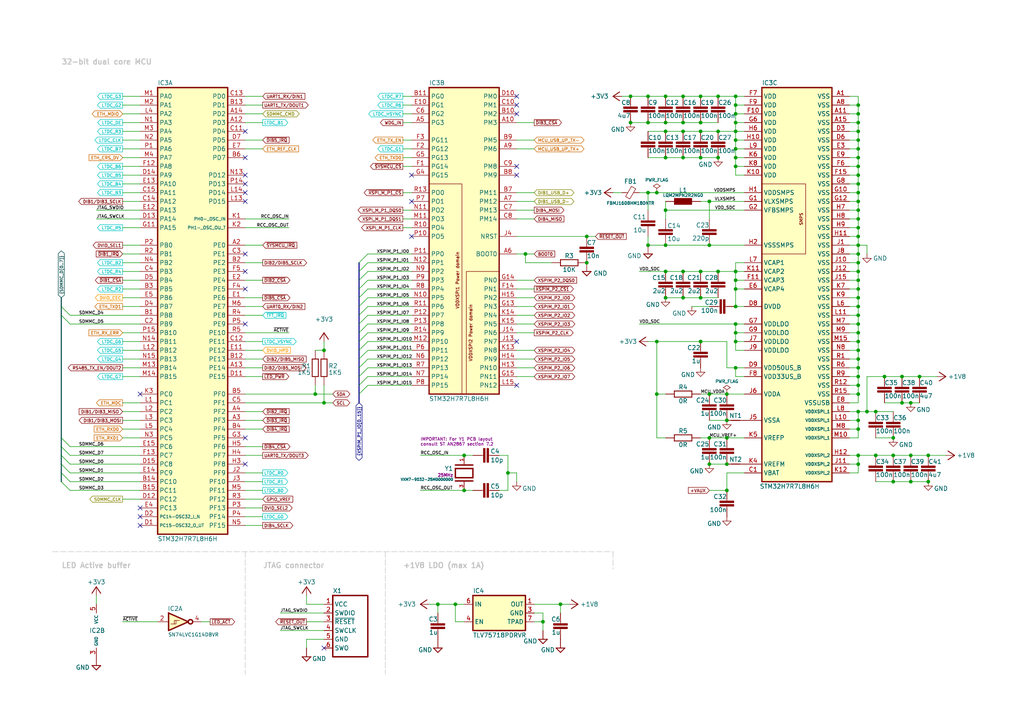
<source format=kicad_sch>
(kicad_sch (version 20250114) (generator "eeschema") (generator_version "9.0")
  (paper "A4")
  (title_block (title "${project_name}") (date "2025-11-03") (rev "${project_version}") (company "${project_creator}") (comment 1 "${project_license}") (comment 2 "${project_info}") (comment 3 "${project_url}"))
  (text "32-bit dual core MCU" (at 17.78 19.05 0) (effects (font (size 1.524 1.524) (thickness 0.3048) (bold yes)) (justify left bottom)))
  (text "LED Active buffer" (at 17.78 165.1 0) (effects (font (size 1.524 1.524) (thickness 0.3048) (bold yes)) (justify left bottom)))
  (text "JTAG connector" (at 76.2 165.1 0) (effects (font (size 1.524 1.524) (thickness 0.3048) (bold yes)) (justify left bottom)))
  (text "IMPORTANT: For Y1 PCB layout\nconsult ST AN2867 section 7.2" (at 121.92 129.54 0) (effects (font (size 0.889 0.889)) (justify left bottom)))
  (text "+1V8 LDO (max 1A)" (at 116.84 165.1 0) (effects (font (size 1.524 1.524) (thickness 0.3048) (bold yes)) (justify left bottom)))
  (junction (at 193.04 86.36))
  (junction (at 134.62 132.08))
  (junction (at 213.36 93.98))
  (junction (at 205.74 71.12))
  (junction (at 190.5 114.3))
  (junction (at 248.92 109.22))
  (junction (at 193.04 71.12))
  (junction (at 259.08 139.7))
  (junction (at 248.92 78.74))
  (junction (at 93.98 116.84))
  (junction (at 210.82 121.92))
  (junction (at 205.74 134.62))
  (junction (at 256.54 109.22))
  (junction (at 210.82 142.24))
  (junction (at 248.92 93.98))
  (junction (at 248.92 40.64))
  (junction (at 213.36 30.48))
  (junction (at 187.96 55.88))
  (junction (at 248.92 83.82))
  (junction (at 248.92 124.46))
  (junction (at 182.88 27.94))
  (junction (at 248.92 53.34))
  (junction (at 248.92 68.58))
  (junction (at 132.08 175.26))
  (junction (at 264.16 116.84))
  (junction (at 266.7 109.22))
  (junction (at 203.2 99.06))
  (junction (at 205.74 127))
  (junction (at 203.2 86.36))
  (junction (at 193.04 78.74))
  (junction (at 248.92 81.28))
  (junction (at 248.92 48.26))
  (junction (at 213.36 45.72))
  (junction (at 248.92 104.14))
  (junction (at 248.92 45.72))
  (junction (at 198.12 86.36))
  (junction (at 193.04 35.56))
  (junction (at 259.08 132.08))
  (junction (at 134.62 142.24))
  (junction (at 248.92 76.2))
  (junction (at 248.92 50.8))
  (junction (at 213.36 48.26))
  (junction (at 127 175.26))
  (junction (at 248.92 60.96))
  (junction (at 248.92 121.92))
  (junction (at 248.92 35.56))
  (junction (at 193.04 27.94))
  (junction (at 213.36 33.02))
  (junction (at 170.18 68.58))
  (junction (at 213.36 40.64))
  (junction (at 198.12 38.1))
  (junction (at 187.96 71.12))
  (junction (at 248.92 99.06))
  (junction (at 248.92 58.42))
  (junction (at 248.92 71.12))
  (junction (at 205.74 114.3))
  (junction (at 210.82 134.62))
  (junction (at 170.18 76.2))
  (junction (at 203.2 78.74))
  (junction (at 213.36 81.28))
  (junction (at 162.56 175.26))
  (junction (at 264.16 139.7))
  (junction (at 187.96 35.56))
  (junction (at 248.92 30.48))
  (junction (at 248.92 33.02))
  (junction (at 210.82 114.3))
  (junction (at 198.12 35.56))
  (junction (at 248.92 106.68))
  (junction (at 91.44 114.3))
  (junction (at 208.28 45.72))
  (junction (at 213.36 83.82))
  (junction (at 203.2 45.72))
  (junction (at 248.92 96.52))
  (junction (at 259.08 127))
  (junction (at 193.04 38.1))
  (junction (at 248.92 114.3))
  (junction (at 193.04 60.96))
  (junction (at 248.92 119.38))
  (junction (at 213.36 27.94))
  (junction (at 213.36 96.52))
  (junction (at 152.4 73.66))
  (junction (at 248.92 73.66))
  (junction (at 198.12 27.94))
  (junction (at 248.92 55.88))
  (junction (at 205.74 58.42))
  (junction (at 93.98 101.6))
  (junction (at 182.88 35.56))
  (junction (at 264.16 132.08))
  (junction (at 213.36 43.18))
  (junction (at 248.92 88.9))
  (junction (at 203.2 27.94))
  (junction (at 254 132.08))
  (junction (at 213.36 88.9))
  (junction (at 210.82 127))
  (junction (at 269.24 139.7))
  (junction (at 248.92 111.76))
  (junction (at 208.28 27.94))
  (junction (at 213.36 78.74))
  (junction (at 261.62 116.84))
  (junction (at 157.48 180.34))
  (junction (at 190.5 55.88))
  (junction (at 213.36 38.1))
  (junction (at 193.04 45.72))
  (junction (at 248.92 43.18))
  (junction (at 208.28 78.74))
  (junction (at 248.92 134.62))
  (junction (at 248.92 66.04))
  (junction (at 248.92 38.1))
  (junction (at 269.24 132.08))
  (junction (at 261.62 109.22))
  (junction (at 203.2 38.1))
  (junction (at 251.46 119.38))
  (junction (at 187.96 27.94))
  (junction (at 248.92 86.36))
  (junction (at 147.32 137.16))
  (junction (at 248.92 101.6))
  (junction (at 213.36 35.56))
  (junction (at 203.2 35.56))
  (junction (at 213.36 106.68))
  (junction (at 190.5 99.06))
  (junction (at 248.92 63.5))
  (junction (at 254 119.38))
  (junction (at 213.36 99.06))
  (junction (at 198.12 45.72))
  (junction (at 198.12 78.74))
  (junction (at 208.28 38.1))
  (junction (at 248.92 132.08))
  (junction (at 248.92 91.44))
  (no_connect (at 149.86 111.76))
  (no_connect (at 40.64 147.32))
  (no_connect (at 149.86 27.94))
  (no_connect (at 119.38 68.58))
  (no_connect (at 71.12 127))
  (no_connect (at 149.86 30.48))
  (no_connect (at 149.86 99.06))
  (no_connect (at 119.38 50.8))
  (no_connect (at 149.86 48.26))
  (no_connect (at 71.12 45.72))
  (no_connect (at 71.12 38.1))
  (no_connect (at 149.86 33.02))
  (no_connect (at 71.12 55.88))
  (no_connect (at 71.12 134.62))
  (no_connect (at 71.12 50.8))
  (no_connect (at 71.12 83.82))
  (no_connect (at 40.64 114.3))
  (no_connect (at 93.98 187.96))
  (no_connect (at 71.12 78.74))
  (no_connect (at 71.12 53.34))
  (no_connect (at 71.12 93.98))
  (no_connect (at 149.86 50.8))
  (no_connect (at 71.12 73.66))
  (no_connect (at 40.64 149.86))
  (no_connect (at 71.12 58.42))
  (no_connect (at 119.38 58.42))
  (no_connect (at 40.64 152.4))
  (bus_entry (at 106.68 88.9) (size -2.54 2.54))
  (bus_entry (at 106.68 81.28) (size -2.54 2.54))
  (bus_entry (at 17.78 134.62) (size 2.54 2.54))
  (bus_entry (at 106.68 106.68) (size -2.54 2.54))
  (bus_entry (at 17.78 132.08) (size 2.54 2.54))
  (bus_entry (at 17.78 91.44) (size 2.54 2.54))
  (bus_entry (at 106.68 91.44) (size -2.54 2.54))
  (bus_entry (at 106.68 83.82) (size -2.54 2.54))
  (bus_entry (at 106.68 76.2) (size -2.54 2.54))
  (bus_entry (at 17.78 129.54) (size 2.54 2.54))
  (bus_entry (at 106.68 93.98) (size -2.54 2.54))
  (bus_entry (at 17.78 127) (size 2.54 2.54))
  (bus_entry (at 17.78 139.7) (size 2.54 2.54))
  (bus_entry (at 106.68 109.22) (size -2.54 2.54))
  (bus_entry (at 106.68 86.36) (size -2.54 2.54))
  (bus_entry (at 106.68 96.52) (size -2.54 2.54))
  (bus_entry (at 106.68 111.76) (size -2.54 2.54))
  (bus_entry (at 17.78 88.9) (size 2.54 2.54))
  (bus_entry (at 106.68 104.14) (size -2.54 2.54))
  (bus_entry (at 106.68 73.66) (size -2.54 2.54))
  (bus_entry (at 17.78 137.16) (size 2.54 2.54))
  (bus_entry (at 106.68 101.6) (size -2.54 2.54))
  (bus_entry (at 106.68 78.74) (size -2.54 2.54))
  (bus_entry (at 106.68 99.06) (size -2.54 2.54))
  (polyline (pts (xy 71.12 160.02) (xy 71.12 195.58)) (stroke (width 0.1524) (type dash) (color 194 194 194 1)))
  (wire (pts (xy 157.48 180.34) (xy 157.48 182.88)))
  (wire (pts (xy 205.74 63.5) (xy 205.74 58.42)) (stroke (width 0.1524)))
  (wire (pts (xy 246.38 76.2) (xy 248.92 76.2)))
  (wire (pts (xy 35.56 40.64) (xy 40.64 40.64)))
  (wire (pts (xy 162.56 175.26) (xy 165.1 175.26)))
  (wire (pts (xy 35.56 76.2) (xy 40.64 76.2)))
  (wire (pts (xy 83.82 96.52) (xy 71.12 96.52)))
  (wire (pts (xy 81.28 177.8) (xy 93.98 177.8)))
  (wire (pts (xy 213.36 76.2) (xy 213.36 78.74)))
  (wire (pts (xy 213.36 33.02) (xy 213.36 35.56)))
  (wire (pts (xy 27.94 172.72) (xy 27.94 175.26)))
  (wire (pts (xy 203.2 86.36) (xy 208.28 86.36)))
  (wire (pts (xy 76.2 30.48) (xy 71.12 30.48)))
  (wire (pts (xy 149.86 68.58) (xy 170.18 68.58)))
  (wire (pts (xy 35.56 58.42) (xy 40.64 58.42)))
  (wire (pts (xy 246.38 106.68) (xy 248.92 106.68)))
  (wire (pts (xy 106.68 78.74) (xy 119.38 78.74)))
  (bus (pts (xy 17.78 86.36) (xy 17.78 88.9)) (stroke (width 0) (color 0 72 72 1)))
  (wire (pts (xy 116.84 63.5) (xy 119.38 63.5)))
  (wire (pts (xy 205.74 114.3) (xy 210.82 114.3)))
  (wire (pts (xy 210.82 142.24) (xy 210.82 137.16)))
  (wire (pts (xy 205.74 127) (xy 210.82 127)))
  (bus (pts (xy 104.14 76.2) (xy 104.14 78.74)))
  (wire (pts (xy 251.46 109.22) (xy 256.54 109.22)))
  (wire (pts (xy 248.92 91.44) (xy 248.92 93.98)))
  (wire (pts (xy 76.2 119.38) (xy 71.12 119.38)))
  (wire (pts (xy 248.92 104.14) (xy 248.92 106.68)))
  (wire (pts (xy 246.38 27.94) (xy 248.92 27.94)))
  (wire (pts (xy 149.86 137.16) (xy 149.86 139.7)))
  (wire (pts (xy 154.94 180.34) (xy 157.48 180.34)))
  (bus (pts (xy 17.78 134.62) (xy 17.78 137.16)) (stroke (width 0) (color 0 72 72 1)))
  (wire (pts (xy 20.32 91.44) (xy 40.64 91.44)))
  (wire (pts (xy 254 119.38) (xy 259.08 119.38)))
  (wire (pts (xy 154.94 101.6) (xy 149.86 101.6)))
  (wire (pts (xy 187.96 55.88) (xy 187.96 60.96)) (stroke (width 0.1524)))
  (wire (pts (xy 203.2 78.74) (xy 208.28 78.74)))
  (wire (pts (xy 76.2 91.44) (xy 71.12 91.44)))
  (wire (pts (xy 27.94 63.5) (xy 40.64 63.5)))
  (wire (pts (xy 246.38 134.62) (xy 248.92 134.62)))
  (wire (pts (xy 248.92 35.56) (xy 248.92 38.1)))
  (wire (pts (xy 106.68 81.28) (xy 119.38 81.28)))
  (wire (pts (xy 213.36 106.68) (xy 215.9 106.68)))
  (wire (pts (xy 93.98 116.84) (xy 71.12 116.84)))
  (wire (pts (xy 203.2 127) (xy 205.74 127)))
  (bus (pts (xy 104.14 83.82) (xy 104.14 86.36)))
  (wire (pts (xy 35.56 66.04) (xy 40.64 66.04)))
  (wire (pts (xy 190.5 99.06) (xy 203.2 99.06)))
  (wire (pts (xy 190.5 127) (xy 193.04 127)))
  (wire (pts (xy 35.56 86.36) (xy 40.64 86.36)))
  (wire (pts (xy 248.92 119.38) (xy 248.92 121.92)))
  (wire (pts (xy 248.92 83.82) (xy 248.92 86.36)))
  (wire (pts (xy 213.36 48.26) (xy 213.36 50.8)))
  (wire (pts (xy 116.84 30.48) (xy 119.38 30.48)))
  (wire (pts (xy 246.38 93.98) (xy 248.92 93.98)))
  (wire (pts (xy 213.36 35.56) (xy 215.9 35.56)))
  (wire (pts (xy 35.56 48.26) (xy 40.64 48.26)))
  (wire (pts (xy 246.38 83.82) (xy 248.92 83.82)))
  (wire (pts (xy 248.92 38.1) (xy 248.92 40.64)))
  (wire (pts (xy 35.56 73.66) (xy 40.64 73.66)))
  (wire (pts (xy 35.56 180.34) (xy 45.72 180.34)))
  (wire (pts (xy 81.28 182.88) (xy 93.98 182.88)))
  (wire (pts (xy 154.94 106.68) (xy 149.86 106.68)))
  (wire (pts (xy 246.38 88.9) (xy 248.92 88.9)))
  (wire (pts (xy 213.36 40.64) (xy 215.9 40.64)))
  (wire (pts (xy 210.82 114.3) (xy 215.9 114.3)))
  (wire (pts (xy 35.56 30.48) (xy 40.64 30.48)))
  (wire (pts (xy 20.32 132.08) (xy 40.64 132.08)))
  (wire (pts (xy 71.12 147.32) (xy 76.2 147.32)))
  (wire (pts (xy 35.56 116.84) (xy 40.64 116.84)))
  (wire (pts (xy 256.54 109.22) (xy 261.62 109.22)))
  (wire (pts (xy 35.56 101.6) (xy 40.64 101.6)))
  (wire (pts (xy 154.94 83.82) (xy 149.86 83.82)))
  (wire (pts (xy 137.16 142.24) (xy 134.62 142.24)))
  (wire (pts (xy 246.38 86.36) (xy 248.92 86.36)))
  (wire (pts (xy 106.68 106.68) (xy 119.38 106.68)))
  (wire (pts (xy 213.36 58.42) (xy 215.9 58.42)))
  (wire (pts (xy 193.04 86.36) (xy 198.12 86.36)))
  (wire (pts (xy 246.38 60.96) (xy 248.92 60.96)))
  (bus (pts (xy 104.14 101.6) (xy 104.14 104.14)))
  (wire (pts (xy 213.36 58.42) (xy 205.74 58.42)) (stroke (width 0.1524)))
  (wire (pts (xy 20.32 139.7) (xy 40.64 139.7)))
  (wire (pts (xy 248.92 111.76) (xy 248.92 114.3)))
  (wire (pts (xy 213.36 76.2) (xy 215.9 76.2)))
  (wire (pts (xy 154.94 60.96) (xy 149.86 60.96)))
  (wire (pts (xy 185.42 93.98) (xy 213.36 93.98)))
  (wire (pts (xy 71.12 88.9) (xy 76.2 88.9)))
  (wire (pts (xy 76.2 106.68) (xy 71.12 106.68)))
  (wire (pts (xy 132.08 180.34) (xy 134.62 180.34)))
  (wire (pts (xy 116.84 66.04) (xy 119.38 66.04)))
  (wire (pts (xy 248.92 30.48) (xy 248.92 33.02)))
  (wire (pts (xy 205.74 134.62) (xy 210.82 134.62)))
  (bus (pts (xy 104.14 106.68) (xy 104.14 109.22)))
  (bus (pts (xy 17.78 127) (xy 17.78 129.54)) (stroke (width 0) (color 0 72 72 1)))
  (wire (pts (xy 190.5 99.06) (xy 190.5 114.3)))
  (wire (pts (xy 213.36 60.96) (xy 193.04 60.96)) (stroke (width 0.1524)))
  (wire (pts (xy 208.28 38.1) (xy 213.36 38.1)))
  (wire (pts (xy 248.92 78.74) (xy 248.92 81.28)))
  (wire (pts (xy 246.38 127) (xy 248.92 127)))
  (wire (pts (xy 76.2 86.36) (xy 71.12 86.36)))
  (polyline (pts (xy 111.76 160.02) (xy 111.76 195.58)) (stroke (width 0.1524) (type dash) (color 194 194 194 1)))
  (wire (pts (xy 246.38 48.26) (xy 248.92 48.26)))
  (wire (pts (xy 147.32 137.16) (xy 147.32 142.24)))
  (wire (pts (xy 76.2 40.64) (xy 71.12 40.64)))
  (wire (pts (xy 193.04 35.56) (xy 198.12 35.56)))
  (wire (pts (xy 208.28 78.74) (xy 213.36 78.74)))
  (wire (pts (xy 106.68 91.44) (xy 119.38 91.44)))
  (wire (pts (xy 213.36 43.18) (xy 213.36 45.72)))
  (wire (pts (xy 76.2 104.14) (xy 71.12 104.14)))
  (wire (pts (xy 213.36 50.8) (xy 215.9 50.8)))
  (wire (pts (xy 213.36 27.94) (xy 213.36 30.48)))
  (wire (pts (xy 246.38 33.02) (xy 248.92 33.02)))
  (wire (pts (xy 246.38 30.48) (xy 248.92 30.48)))
  (wire (pts (xy 35.56 78.74) (xy 40.64 78.74)))
  (wire (pts (xy 35.56 119.38) (xy 40.64 119.38)))
  (wire (pts (xy 246.38 109.22) (xy 248.92 109.22)))
  (wire (pts (xy 154.94 96.52) (xy 149.86 96.52)))
  (wire (pts (xy 116.84 33.02) (xy 119.38 33.02)))
  (wire (pts (xy 88.9 180.34) (xy 93.98 180.34)))
  (wire (pts (xy 213.36 55.88) (xy 190.5 55.88)) (stroke (width 0.1524)))
  (wire (pts (xy 76.2 144.78) (xy 71.12 144.78)))
  (wire (pts (xy 213.36 45.72) (xy 213.36 48.26)))
  (wire (pts (xy 203.2 27.94) (xy 208.28 27.94)))
  (wire (pts (xy 147.32 132.08) (xy 147.32 137.16)))
  (wire (pts (xy 256.54 116.84) (xy 261.62 116.84)))
  (wire (pts (xy 251.46 109.22) (xy 251.46 119.38)))
  (wire (pts (xy 20.32 134.62) (xy 40.64 134.62)))
  (wire (pts (xy 134.62 142.24) (xy 121.92 142.24)))
  (wire (pts (xy 213.36 96.52) (xy 215.9 96.52)))
  (wire (pts (xy 76.2 76.2) (xy 71.12 76.2)))
  (wire (pts (xy 154.94 35.56) (xy 149.86 35.56)))
  (wire (pts (xy 35.56 33.02) (xy 40.64 33.02)))
  (wire (pts (xy 106.68 104.14) (xy 119.38 104.14)))
  (wire (pts (xy 248.92 45.72) (xy 248.92 48.26)))
  (wire (pts (xy 248.92 33.02) (xy 248.92 35.56)))
  (polyline (pts (xy 177.8 160.02) (xy 177.8 165.1)) (stroke (width 0.1524) (type dash) (color 194 194 194 1)))
  (wire (pts (xy 246.38 71.12) (xy 248.92 71.12)))
  (wire (pts (xy 76.2 149.86) (xy 71.12 149.86)))
  (wire (pts (xy 116.84 55.88) (xy 119.38 55.88)))
  (wire (pts (xy 246.38 132.08) (xy 248.92 132.08)))
  (wire (pts (xy 27.94 60.96) (xy 40.64 60.96)))
  (wire (pts (xy 76.2 33.02) (xy 71.12 33.02)))
  (wire (pts (xy 246.38 99.06) (xy 248.92 99.06)))
  (bus (pts (xy 104.14 99.06) (xy 104.14 101.6)))
  (wire (pts (xy 76.2 43.18) (xy 71.12 43.18)))
  (wire (pts (xy 149.86 137.16) (xy 147.32 137.16)))
  (wire (pts (xy 248.92 66.04) (xy 248.92 68.58)))
  (wire (pts (xy 91.44 101.6) (xy 93.98 101.6)))
  (wire (pts (xy 248.92 68.58) (xy 248.92 71.12)))
  (wire (pts (xy 88.9 175.26) (xy 93.98 175.26)))
  (wire (pts (xy 35.56 124.46) (xy 40.64 124.46)))
  (bus (pts (xy 104.14 104.14) (xy 104.14 106.68)))
  (wire (pts (xy 116.84 48.26) (xy 119.38 48.26)))
  (wire (pts (xy 248.92 101.6) (xy 248.92 104.14)))
  (wire (pts (xy 71.12 114.3) (xy 91.44 114.3)))
  (wire (pts (xy 248.92 48.26) (xy 248.92 50.8)))
  (wire (pts (xy 35.56 38.1) (xy 40.64 38.1)))
  (wire (pts (xy 248.92 119.38) (xy 251.46 119.38)))
  (bus (pts (xy 104.14 93.98) (xy 104.14 96.52)))
  (wire (pts (xy 154.94 55.88) (xy 149.86 55.88)))
  (wire (pts (xy 106.68 88.9) (xy 119.38 88.9)))
  (bus (pts (xy 104.14 91.44) (xy 104.14 93.98)))
  (bus (pts (xy 104.14 78.74) (xy 104.14 81.28)))
  (wire (pts (xy 210.82 127) (xy 215.9 127)))
  (wire (pts (xy 248.92 124.46) (xy 248.92 127)))
  (wire (pts (xy 248.92 109.22) (xy 248.92 111.76)))
  (wire (pts (xy 198.12 45.72) (xy 203.2 45.72)))
  (wire (pts (xy 198.12 27.94) (xy 203.2 27.94)))
  (wire (pts (xy 35.56 144.78) (xy 40.64 144.78)))
  (wire (pts (xy 91.44 111.76) (xy 91.44 114.3)))
  (wire (pts (xy 254 132.08) (xy 259.08 132.08)))
  (wire (pts (xy 106.68 93.98) (xy 119.38 93.98)))
  (wire (pts (xy 213.36 40.64) (xy 213.36 43.18)))
  (wire (pts (xy 213.36 30.48) (xy 213.36 33.02)))
  (wire (pts (xy 193.04 27.94) (xy 198.12 27.94)))
  (wire (pts (xy 248.92 53.34) (xy 248.92 55.88)))
  (wire (pts (xy 154.94 63.5) (xy 149.86 63.5)))
  (wire (pts (xy 246.38 96.52) (xy 248.92 96.52)))
  (wire (pts (xy 213.36 99.06) (xy 215.9 99.06)))
  (wire (pts (xy 246.38 114.3) (xy 248.92 114.3)))
  (wire (pts (xy 76.2 99.06) (xy 71.12 99.06)))
  (wire (pts (xy 193.04 63.5) (xy 193.04 60.96)) (stroke (width 0.1524)))
  (wire (pts (xy 20.32 142.24) (xy 40.64 142.24)))
  (wire (pts (xy 248.92 99.06) (xy 248.92 101.6)))
  (wire (pts (xy 248.92 63.5) (xy 248.92 66.04)))
  (wire (pts (xy 246.38 78.74) (xy 248.92 78.74)))
  (wire (pts (xy 208.28 27.94) (xy 213.36 27.94)))
  (wire (pts (xy 264.16 132.08) (xy 269.24 132.08)))
  (bus (pts (xy 17.78 88.9) (xy 17.78 91.44)) (stroke (width 0) (color 0 72 72 1)))
  (wire (pts (xy 213.36 88.9) (xy 215.9 88.9)))
  (wire (pts (xy 213.36 38.1) (xy 215.9 38.1)))
  (wire (pts (xy 248.92 43.18) (xy 248.92 45.72)))
  (wire (pts (xy 203.2 45.72) (xy 208.28 45.72)))
  (wire (pts (xy 116.84 45.72) (xy 119.38 45.72)))
  (wire (pts (xy 248.92 88.9) (xy 248.92 91.44)))
  (wire (pts (xy 106.68 111.76) (xy 119.38 111.76)))
  (wire (pts (xy 83.82 63.5) (xy 71.12 63.5)))
  (wire (pts (xy 106.68 83.82) (xy 119.38 83.82)))
  (wire (pts (xy 154.94 86.36) (xy 149.86 86.36)))
  (wire (pts (xy 35.56 106.68) (xy 40.64 106.68)))
  (wire (pts (xy 20.32 93.98) (xy 40.64 93.98)))
  (wire (pts (xy 106.68 101.6) (xy 119.38 101.6)))
  (wire (pts (xy 116.84 43.18) (xy 119.38 43.18)))
  (wire (pts (xy 261.62 109.22) (xy 266.7 109.22)))
  (wire (pts (xy 266.7 116.84) (xy 264.16 116.84)))
  (wire (pts (xy 185.42 55.88) (xy 187.96 55.88)))
  (wire (pts (xy 246.38 104.14) (xy 248.92 104.14)))
  (wire (pts (xy 203.2 114.3) (xy 205.74 114.3)))
  (wire (pts (xy 154.94 175.26) (xy 162.56 175.26)))
  (wire (pts (xy 172.72 68.58) (xy 170.18 68.58)))
  (wire (pts (xy 213.36 78.74) (xy 215.9 78.74)))
  (wire (pts (xy 35.56 127) (xy 40.64 127)))
  (wire (pts (xy 213.36 60.96) (xy 215.9 60.96)))
  (wire (pts (xy 203.2 38.1) (xy 208.28 38.1)))
  (bus (pts (xy 104.14 114.3) (xy 104.14 116.84)))
  (wire (pts (xy 35.56 53.34) (xy 40.64 53.34)))
  (wire (pts (xy 187.96 99.06) (xy 190.5 99.06)))
  (wire (pts (xy 248.92 81.28) (xy 248.92 83.82)))
  (wire (pts (xy 152.4 73.66) (xy 154.94 73.66)))
  (bus (pts (xy 17.78 129.54) (xy 17.78 132.08)) (stroke (width 0) (color 0 72 72 1)))
  (wire (pts (xy 35.56 45.72) (xy 40.64 45.72)))
  (wire (pts (xy 127 175.26) (xy 132.08 175.26)))
  (wire (pts (xy 180.34 27.94) (xy 182.88 27.94)))
  (wire (pts (xy 248.92 132.08) (xy 248.92 134.62)))
  (wire (pts (xy 246.38 35.56) (xy 248.92 35.56)))
  (wire (pts (xy 190.5 55.88) (xy 187.96 55.88)))
  (wire (pts (xy 203.2 35.56) (xy 208.28 35.56)))
  (wire (pts (xy 213.36 93.98) (xy 215.9 93.98)))
  (wire (pts (xy 58.42 180.34) (xy 60.96 180.34)))
  (wire (pts (xy 213.36 99.06) (xy 213.36 101.6)))
  (wire (pts (xy 210.82 137.16) (xy 215.9 137.16)))
  (wire (pts (xy 198.12 38.1) (xy 203.2 38.1)))
  (wire (pts (xy 259.08 132.08) (xy 264.16 132.08)))
  (bus (pts (xy 104.14 81.28) (xy 104.14 83.82)))
  (wire (pts (xy 198.12 35.56) (xy 203.2 35.56)))
  (wire (pts (xy 193.04 60.96) (xy 193.04 58.42)) (stroke (width 0.1524)))
  (wire (pts (xy 213.36 45.72) (xy 215.9 45.72)))
  (wire (pts (xy 154.94 58.42) (xy 149.86 58.42)))
  (wire (pts (xy 246.38 68.58) (xy 248.92 68.58)))
  (wire (pts (xy 261.62 116.84) (xy 264.16 116.84)))
  (wire (pts (xy 248.92 73.66) (xy 248.92 76.2)))
  (wire (pts (xy 106.68 96.52) (xy 119.38 96.52)))
  (wire (pts (xy 154.94 88.9) (xy 149.86 88.9)))
  (wire (pts (xy 182.88 35.56) (xy 187.96 35.56)))
  (bus (pts (xy 104.14 109.22) (xy 104.14 111.76)))
  (wire (pts (xy 213.36 83.82) (xy 213.36 88.9)))
  (wire (pts (xy 93.98 111.76) (xy 93.98 116.84)))
  (wire (pts (xy 254 139.7) (xy 259.08 139.7)))
  (wire (pts (xy 246.38 50.8) (xy 248.92 50.8)))
  (wire (pts (xy 76.2 71.12) (xy 71.12 71.12)))
  (bus (pts (xy 104.14 88.9) (xy 104.14 91.44)))
  (wire (pts (xy 124.46 175.26) (xy 127 175.26)))
  (wire (pts (xy 213.36 93.98) (xy 213.36 96.52)))
  (wire (pts (xy 88.9 172.72) (xy 88.9 175.26)))
  (wire (pts (xy 193.04 78.74) (xy 198.12 78.74)))
  (wire (pts (xy 246.38 116.84) (xy 248.92 116.84)))
  (wire (pts (xy 198.12 86.36) (xy 203.2 86.36)))
  (wire (pts (xy 246.38 91.44) (xy 248.92 91.44)))
  (wire (pts (xy 205.74 142.24) (xy 210.82 142.24)))
  (wire (pts (xy 269.24 132.08) (xy 274.32 132.08)))
  (wire (pts (xy 246.38 53.34) (xy 248.92 53.34)))
  (wire (pts (xy 35.56 27.94) (xy 40.64 27.94)))
  (wire (pts (xy 266.7 109.22) (xy 271.78 109.22)))
  (wire (pts (xy 157.48 177.8) (xy 157.48 180.34)))
  (wire (pts (xy 154.94 104.14) (xy 149.86 104.14)))
  (wire (pts (xy 248.92 132.08) (xy 254 132.08)))
  (wire (pts (xy 35.56 121.92) (xy 40.64 121.92)))
  (wire (pts (xy 116.84 60.96) (xy 119.38 60.96)))
  (wire (pts (xy 147.32 132.08) (xy 144.78 132.08)))
  (wire (pts (xy 213.36 30.48) (xy 215.9 30.48)))
  (wire (pts (xy 246.38 124.46) (xy 248.92 124.46)))
  (wire (pts (xy 213.36 106.68) (xy 213.36 109.22)))
  (wire (pts (xy 132.08 175.26) (xy 132.08 180.34)))
  (wire (pts (xy 246.38 121.92) (xy 248.92 121.92)))
  (wire (pts (xy 190.5 55.88) (xy 187.96 55.88)) (stroke (width 0.1524)))
  (wire (pts (xy 35.56 99.06) (xy 40.64 99.06)))
  (wire (pts (xy 35.56 71.12) (xy 40.64 71.12)))
  (wire (pts (xy 106.68 76.2) (xy 119.38 76.2)))
  (wire (pts (xy 248.92 76.2) (xy 248.92 78.74)))
  (wire (pts (xy 259.08 139.7) (xy 264.16 139.7)))
  (wire (pts (xy 20.32 137.16) (xy 40.64 137.16)))
  (wire (pts (xy 187.96 27.94) (xy 193.04 27.94)))
  (wire (pts (xy 200.66 88.9) (xy 205.74 88.9)))
  (wire (pts (xy 106.68 86.36) (xy 119.38 86.36)))
  (wire (pts (xy 246.38 73.66) (xy 248.92 73.66)))
  (wire (pts (xy 35.56 96.52) (xy 40.64 96.52)))
  (wire (pts (xy 246.38 66.04) (xy 248.92 66.04)))
  (wire (pts (xy 154.94 109.22) (xy 149.86 109.22)))
  (bus (pts (xy 17.78 91.44) (xy 17.78 127)) (stroke (width 0) (color 0 72 72 1)))
  (wire (pts (xy 154.94 43.18) (xy 149.86 43.18)))
  (wire (pts (xy 205.74 121.92) (xy 210.82 121.92)))
  (wire (pts (xy 213.36 81.28) (xy 215.9 81.28)))
  (wire (pts (xy 213.36 101.6) (xy 215.9 101.6)))
  (wire (pts (xy 198.12 78.74) (xy 203.2 78.74)))
  (wire (pts (xy 187.96 68.58) (xy 187.96 71.12)))
  (wire (pts (xy 248.92 86.36) (xy 248.92 88.9)))
  (wire (pts (xy 76.2 124.46) (xy 71.12 124.46)))
  (wire (pts (xy 147.32 142.24) (xy 144.78 142.24)))
  (wire (pts (xy 152.4 76.2) (xy 152.4 73.66)))
  (wire (pts (xy 35.56 83.82) (xy 40.64 83.82)))
  (wire (pts (xy 248.92 106.68) (xy 248.92 109.22)))
  (wire (pts (xy 116.84 35.56) (xy 119.38 35.56)))
  (wire (pts (xy 246.38 137.16) (xy 248.92 137.16)))
  (wire (pts (xy 193.04 45.72) (xy 198.12 45.72)))
  (wire (pts (xy 187.96 45.72) (xy 193.04 45.72)))
  (wire (pts (xy 76.2 129.54) (xy 71.12 129.54)))
  (wire (pts (xy 88.9 185.42) (xy 93.98 185.42)))
  (wire (pts (xy 213.36 27.94) (xy 215.9 27.94)))
  (wire (pts (xy 213.36 81.28) (xy 213.36 83.82)))
  (wire (pts (xy 35.56 81.28) (xy 40.64 81.28)))
  (wire (pts (xy 248.92 58.42) (xy 248.92 60.96)))
  (wire (pts (xy 246.38 81.28) (xy 248.92 81.28)))
  (wire (pts (xy 251.46 71.12) (xy 251.46 73.66)))
  (wire (pts (xy 116.84 27.94) (xy 119.38 27.94)))
  (wire (pts (xy 248.92 93.98) (xy 248.92 96.52)))
  (wire (pts (xy 248.92 55.88) (xy 248.92 58.42)))
  (wire (pts (xy 76.2 109.22) (xy 71.12 109.22)))
  (wire (pts (xy 35.56 43.18) (xy 40.64 43.18)))
  (wire (pts (xy 96.52 116.84) (xy 93.98 116.84)))
  (wire (pts (xy 248.92 121.92) (xy 248.92 124.46)))
  (wire (pts (xy 248.92 71.12) (xy 251.46 71.12)))
  (wire (pts (xy 210.82 99.06) (xy 210.82 106.68)))
  (wire (pts (xy 88.9 185.42) (xy 88.9 187.96)))
  (wire (pts (xy 182.88 27.94) (xy 187.96 27.94)))
  (wire (pts (xy 246.38 55.88) (xy 248.92 55.88)))
  (wire (pts (xy 248.92 27.94) (xy 248.92 30.48)))
  (wire (pts (xy 76.2 137.16) (xy 71.12 137.16)))
  (wire (pts (xy 193.04 38.1) (xy 198.12 38.1)))
  (wire (pts (xy 246.38 119.38) (xy 248.92 119.38)))
  (wire (pts (xy 190.5 114.3) (xy 193.04 114.3)))
  (wire (pts (xy 35.56 50.8) (xy 40.64 50.8)))
  (wire (pts (xy 76.2 139.7) (xy 71.12 139.7)))
  (wire (pts (xy 76.2 35.56) (xy 71.12 35.56)))
  (wire (pts (xy 246.38 63.5) (xy 248.92 63.5)))
  (wire (pts (xy 248.92 71.12) (xy 248.92 73.66)))
  (wire (pts (xy 213.36 96.52) (xy 213.36 99.06)))
  (wire (pts (xy 76.2 81.28) (xy 71.12 81.28)))
  (wire (pts (xy 76.2 27.94) (xy 71.12 27.94)))
  (wire (pts (xy 246.38 38.1) (xy 248.92 38.1)))
  (wire (pts (xy 152.4 73.66) (xy 149.86 73.66)))
  (wire (pts (xy 35.56 104.14) (xy 40.64 104.14)))
  (wire (pts (xy 248.92 114.3) (xy 248.92 116.84)))
  (wire (pts (xy 248.92 96.52) (xy 248.92 99.06)))
  (wire (pts (xy 116.84 40.64) (xy 119.38 40.64)))
  (wire (pts (xy 162.56 175.26) (xy 162.56 177.8)))
  (wire (pts (xy 154.94 177.8) (xy 157.48 177.8)))
  (wire (pts (xy 248.92 134.62) (xy 248.92 137.16)))
  (wire (pts (xy 213.36 48.26) (xy 215.9 48.26)))
  (wire (pts (xy 248.92 50.8) (xy 248.92 53.34)))
  (wire (pts (xy 190.5 114.3) (xy 190.5 127)))
  (bus (pts (xy 104.14 96.52) (xy 104.14 99.06)))
  (wire (pts (xy 213.36 109.22) (xy 215.9 109.22)))
  (wire (pts (xy 213.36 38.1) (xy 213.36 40.64)))
  (wire (pts (xy 203.2 99.06) (xy 210.82 99.06)))
  (wire (pts (xy 20.32 129.54) (xy 40.64 129.54)))
  (wire (pts (xy 106.68 99.06) (xy 119.38 99.06)))
  (wire (pts (xy 246.38 40.64) (xy 248.92 40.64)))
  (wire (pts (xy 35.56 55.88) (xy 40.64 55.88)))
  (wire (pts (xy 185.42 78.74) (xy 193.04 78.74)))
  (wire (pts (xy 132.08 175.26) (xy 134.62 175.26)))
  (wire (pts (xy 160.02 76.2) (xy 152.4 76.2)))
  (wire (pts (xy 259.08 127) (xy 254 127)))
  (wire (pts (xy 154.94 91.44) (xy 149.86 91.44)))
  (wire (pts (xy 246.38 101.6) (xy 248.92 101.6)))
  (wire (pts (xy 35.56 35.56) (xy 40.64 35.56)))
  (wire (pts (xy 154.94 93.98) (xy 149.86 93.98)))
  (wire (pts (xy 213.36 43.18) (xy 215.9 43.18)))
  (wire (pts (xy 35.56 88.9) (xy 40.64 88.9)))
  (wire (pts (xy 251.46 119.38) (xy 254 119.38)))
  (wire (pts (xy 76.2 142.24) (xy 71.12 142.24)))
  (wire (pts (xy 76.2 132.08) (xy 71.12 132.08)))
  (wire (pts (xy 106.68 73.66) (xy 119.38 73.66)))
  (wire (pts (xy 187.96 38.1) (xy 193.04 38.1)))
  (bus (pts (xy 17.78 132.08) (xy 17.78 134.62)) (stroke (width 0) (color 0 72 72 1)))
  (wire (pts (xy 246.38 58.42) (xy 248.92 58.42)))
  (wire (pts (xy 137.16 132.08) (xy 134.62 132.08)))
  (wire (pts (xy 205.74 71.12) (xy 215.9 71.12)) (stroke (width 0.1524)))
  (bus (pts (xy 104.14 86.36) (xy 104.14 88.9)))
  (wire (pts (xy 96.52 114.3) (xy 91.44 114.3)))
  (wire (pts (xy 213.36 35.56) (xy 213.36 38.1)))
  (wire (pts (xy 213.36 78.74) (xy 213.36 81.28)))
  (wire (pts (xy 187.96 71.12) (xy 193.04 71.12)) (stroke (width 0.1524)))
  (wire (pts (xy 127 175.26) (xy 127 177.8)))
  (wire (pts (xy 76.2 152.4) (xy 71.12 152.4)))
  (wire (pts (xy 205.74 58.42) (xy 203.2 58.42)) (stroke (width 0.1524)))
  (bus (pts (xy 17.78 137.16) (xy 17.78 139.7)) (stroke (width 0) (color 0 72 72 1)))
  (wire (pts (xy 187.96 35.56) (xy 193.04 35.56)))
  (wire (pts (xy 213.36 33.02) (xy 215.9 33.02)))
  (wire (pts (xy 134.62 132.08) (xy 121.92 132.08)))
  (wire (pts (xy 248.92 40.64) (xy 248.92 43.18)))
  (wire (pts (xy 213.36 55.88) (xy 215.9 55.88)))
  (wire (pts (xy 246.38 45.72) (xy 248.92 45.72)))
  (wire (pts (xy 246.38 43.18) (xy 248.92 43.18)))
  (wire (pts (xy 210.82 106.68) (xy 213.36 106.68)))
  (wire (pts (xy 193.04 71.12) (xy 205.74 71.12)) (stroke (width 0.1524)))
  (wire (pts (xy 264.16 139.7) (xy 269.24 139.7)))
  (wire (pts (xy 76.2 121.92) (xy 71.12 121.92)))
  (wire (pts (xy 154.94 81.28) (xy 149.86 81.28)))
  (wire (pts (xy 106.68 109.22) (xy 119.38 109.22)))
  (wire (pts (xy 246.38 111.76) (xy 248.92 111.76)))
  (wire (pts (xy 248.92 60.96) (xy 248.92 63.5)))
  (wire (pts (xy 35.56 109.22) (xy 40.64 109.22)))
  (wire (pts (xy 177.8 55.88) (xy 180.34 55.88)))
  (polyline (pts (xy 15.24 160.02) (xy 177.8 160.02)) (stroke (width 0.1524) (type dash) (color 194 194 194 1)))
  (wire (pts (xy 93.98 101.6) (xy 93.98 99.06)))
  (bus (pts (xy 104.14 111.76) (xy 104.14 114.3)))
  (wire (pts (xy 83.82 66.04) (xy 71.12 66.04)))
  (wire (pts (xy 76.2 101.6) (xy 71.12 101.6)))
  (wire (pts (xy 154.94 40.64) (xy 149.86 40.64)))
  (wire (pts (xy 213.36 83.82) (xy 215.9 83.82)))
  (label "VDDSMPS" (at 213.36 55.88 180) (effects (font (size 0.889 0.889))))
  (label "VDD_SDC" (at 185.42 93.98 0) (effects (font (size 0.889 0.889))))
  (label "XSPIM_P1_IO5" (at 109.22 86.36 0) (effects (font (size 0.889 0.889))))
  (label "JTAG_SWDIO" (at 27.94 60.96 0) (effects (font (size 0.889 0.889))))
  (label "SDMMC_D5" (at 22.86 93.98 0) (effects (font (size 0.889 0.889))))
  (label "MCU_VREF+" (at 205.74 127 0) (effects (font (size 0.889 0.889))))
  (label "XSPIM_P1_IO14" (at 109.22 109.22 0) (effects (font (size 0.889 0.889))))
  (label "~{ACTIVE}" (at 35.56 180.34 0) (effects (font (size 0.889 0.889))))
  (label "VDD_SDC" (at 185.42 78.74 0) (effects (font (size 0.889 0.889))))
  (label "SDMMC_D7" (at 22.86 132.08 0) (effects (font (size 0.889 0.889))))
  (label "XSPIM_P1_IO7" (at 109.22 91.44 0) (effects (font (size 0.889 0.889))))
  (label "SDMMC_D6" (at 22.86 129.54 0) (effects (font (size 0.889 0.889))))
  (label "RCC_OSC_IN" (at 83.82 63.5 180) (effects (font (size 0.889 0.889))))
  (label "SDMMC_D2" (at 22.86 139.7 0) (effects (font (size 0.889 0.889))))
  (label "RCC_OSC_OUT" (at 121.92 142.24 0) (effects (font (size 0.889 0.889))))
  (label "XSPIM_P1_IO3" (at 109.22 81.28 0) (effects (font (size 0.889 0.889))))
  (label "XSPIM_P1_IO15" (at 109.22 111.76 0) (effects (font (size 0.889 0.889))))
  (label "VDD_SDC" (at 213.36 60.96 180) (effects (font (size 0.889 0.889))))
  (label "XSPIM_P1_IO13" (at 109.22 106.68 0) (effects (font (size 0.889 0.889))))
  (label "SDMMC_D4" (at 22.86 91.44 0) (effects (font (size 0.889 0.889))))
  (label "XSPIM_P1_IO10" (at 109.22 99.06 0) (effects (font (size 0.889 0.889))))
  (label "VLXSMPS" (at 213.36 58.42 180) (effects (font (size 0.889 0.889))))
  (label "JTAG_SWCLK" (at 27.94 63.5 0) (effects (font (size 0.889 0.889))))
  (label "XSPIM_P1_IO12" (at 109.22 104.14 0) (effects (font (size 0.889 0.889))))
  (label "XSPIM_P1_IO11" (at 109.22 101.6 0) (effects (font (size 0.889 0.889))))
  (label "RCC_OSC_OUT" (at 83.82 66.04 180) (effects (font (size 0.889 0.889))))
  (label "SDMMC_D0" (at 22.86 134.62 0) (effects (font (size 0.889 0.889))))
  (label "JTAG_SWDIO" (at 81.28 177.8 0) (effects (font (size 0.889 0.889))))
  (label "XSPIM_P1_IO9" (at 109.22 96.52 0) (effects (font (size 0.889 0.889))))
  (label "XSPIM_P1_IO8" (at 109.22 93.98 0) (effects (font (size 0.889 0.889))))
  (label "SDMMC_D1" (at 22.86 137.16 0) (effects (font (size 0.889 0.889))))
  (label "XSPIM_P1_IO4" (at 109.22 83.82 0) (effects (font (size 0.889 0.889))))
  (label "XSPIM_P1_IO6" (at 109.22 88.9 0) (effects (font (size 0.889 0.889))))
  (label "RCC_OSC_IN" (at 121.92 132.08 0) (effects (font (size 0.889 0.889))))
  (label "MCU_VDDA" (at 203.2 114.3 0) (effects (font (size 0.889 0.889))))
  (label "XSPIM_P1_IO0" (at 109.22 73.66 0) (effects (font (size 0.889 0.889))))
  (label "XSPIM_P1_IO2" (at 109.22 78.74 0) (effects (font (size 0.889 0.889))))
  (label "~{ACTIVE}" (at 83.82 96.52 180) (effects (font (size 0.889 0.889))))
  (label "XSPIM_P1_IO1" (at 109.22 76.2 0) (effects (font (size 0.889 0.889))))
  (label "SDMMC_D3" (at 22.86 142.24 0) (effects (font (size 0.889 0.889))))
  (label "JTAG_SWCLK" (at 81.28 182.88 0) (effects (font (size 0.889 0.889))))
  (global_label "LTDC_G5" (shape output) (at 35.56 101.6 180) (effects (font (size 0.889 0.889))) (property "Intersheetrefs" "${INTERSHEET_REFS}" (effects (hide yes))))
  (global_label "~{SYSMCU_IRQ}" (shape input) (at 76.2 71.12 0) (effects (font (size 0.889 0.889))) (property "Intersheetrefs" "${INTERSHEET_REFS}" (effects (hide yes))))
  (global_label "~{LED_PWR}" (shape output) (at 76.2 109.22 0) (effects (font (size 0.889 0.889))) (property "Intersheetrefs" "${INTERSHEET_REFS}" (effects (hide yes))))
  (global_label "XSPIM_P2_IO1" (shape bidirectional) (at 154.94 88.9 0) (effects (font (size 0.889 0.889))) (property "Intersheetrefs" "${INTERSHEET_REFS}" (effects (hide yes))))
  (global_label "XSPIM_P2_IO7" (shape bidirectional) (at 154.94 109.22 0) (effects (font (size 0.889 0.889))) (property "Intersheetrefs" "${INTERSHEET_REFS}" (effects (hide yes))))
  (global_label "LTDC_HSYNC" (shape output) (at 116.84 33.02 180) (effects (font (size 0.889 0.889))) (property "Intersheetrefs" "${INTERSHEET_REFS}" (effects (hide yes))))
  (global_label "XSPIM_P2_IO5" (shape bidirectional) (at 154.94 104.14 0) (effects (font (size 0.889 0.889))) (property "Intersheetrefs" "${INTERSHEET_REFS}" (effects (hide yes))))
  (global_label "DIB2{slash}DIB5_SCLK" (shape output) (at 76.2 76.2 0) (effects (font (size 0.889 0.889))) (property "Intersheetrefs" "${INTERSHEET_REFS}" (effects (hide yes))))
  (global_label "LTDC_R1" (shape output) (at 76.2 139.7 0) (effects (font (size 0.889 0.889))) (property "Intersheetrefs" "${INTERSHEET_REFS}" (effects (hide yes))))
  (global_label "LTDC_R0" (shape output) (at 76.2 137.16 0) (effects (font (size 0.889 0.889))) (property "Intersheetrefs" "${INTERSHEET_REFS}" (effects (hide yes))))
  (global_label "XSPIM_P2_IO2" (shape bidirectional) (at 154.94 91.44 0) (effects (font (size 0.889 0.889))) (property "Intersheetrefs" "${INTERSHEET_REFS}" (effects (hide yes))))
  (global_label "RS485_TX_EN{slash}DOUT2" (shape output) (at 35.56 106.68 180) (effects (font (size 0.889 0.889))) (property "Intersheetrefs" "${INTERSHEET_REFS}" (effects (hide yes))))
  (global_label "ETH_TXD0" (shape output) (at 116.84 45.72 180) (effects (font (size 0.889 0.889))) (property "Intersheetrefs" "${INTERSHEET_REFS}" (effects (hide yes))))
  (global_label "UART0_RX{slash}DIN2" (shape input) (at 76.2 88.9 0) (effects (font (size 0.889 0.889))) (property "Intersheetrefs" "${INTERSHEET_REFS}" (effects (hide yes))))
  (global_label "LTDC_VSYNC" (shape output) (at 76.2 99.06 0) (effects (font (size 0.889 0.889))) (property "Intersheetrefs" "${INTERSHEET_REFS}" (effects (hide yes))))
  (global_label "~{XSPIM_P2_CS1}" (shape output) (at 154.94 83.82 0) (effects (font (size 0.889 0.889))) (property "Intersheetrefs" "${INTERSHEET_REFS}" (effects (hide yes))))
  (global_label "BOOT0" (shape input) (at 154.94 73.66 0) (effects (font (size 0.889 0.889))) (property "Intersheetrefs" "${INTERSHEET_REFS}" (effects (hide yes))))
  (global_label "SDMMC_CMD" (shape bidirectional) (at 76.2 33.02 0) (effects (font (size 0.889 0.889))) (property "Intersheetrefs" "${INTERSHEET_REFS}" (effects (hide yes))))
  (global_label "MCU_USB_UP_TX+" (shape bidirectional) (at 154.94 43.18 0) (effects (font (size 0.889 0.889))) (property "Intersheetrefs" "${INTERSHEET_REFS}" (effects (hide yes))))
  (global_label "LTDC_G0" (shape output) (at 76.2 149.86 0) (effects (font (size 0.889 0.889))) (property "Intersheetrefs" "${INTERSHEET_REFS}" (effects (hide yes))))
  (global_label "ETH_REF_CLK" (shape input) (at 76.2 43.18 0) (effects (font (size 0.889 0.889))) (property "Intersheetrefs" "${INTERSHEET_REFS}" (effects (hide yes))))
  (global_label "DIB1{slash}DIB3_MISO" (shape input) (at 35.56 119.38 180) (effects (font (size 0.889 0.889))) (property "Intersheetrefs" "${INTERSHEET_REFS}" (effects (hide yes))))
  (global_label "+VAUX" (shape input) (at 205.74 142.24 180) (effects (font (size 0.889 0.889))) (property "Intersheetrefs" "${INTERSHEET_REFS}" (effects (hide yes))))
  (global_label "LTDC_R3" (shape output) (at 35.56 38.1 180) (effects (font (size 0.889 0.889))) (property "Intersheetrefs" "${INTERSHEET_REFS}" (effects (hide yes))))
  (global_label "UART1_RX{slash}DIN1" (shape input) (at 76.2 27.94 0) (effects (font (size 0.889 0.889))) (property "Intersheetrefs" "${INTERSHEET_REFS}" (effects (hide yes))))
  (global_label "LTDC_B2" (shape output) (at 35.56 76.2 180) (effects (font (size 0.889 0.889))) (property "Intersheetrefs" "${INTERSHEET_REFS}" (effects (hide yes))))
  (global_label "GPIO_VREF" (shape input) (at 76.2 144.78 0) (effects (font (size 0.889 0.889))) (property "Intersheetrefs" "${INTERSHEET_REFS}" (effects (hide yes))))
  (global_label "LTDC_R4" (shape output) (at 35.56 78.74 180) (effects (font (size 0.889 0.889))) (property "Intersheetrefs" "${INTERSHEET_REFS}" (effects (hide yes))))
  (global_label "LTDC_B0" (shape output) (at 76.2 142.24 0) (effects (font (size 0.889 0.889))) (property "Intersheetrefs" "${INTERSHEET_REFS}" (effects (hide yes))))
  (global_label "{XSPIM_P1_IO[0..15]}" (shape bidirectional) (at 104.14 116.84 270) (effects (font (size 0.889 0.889))) (property "Intersheetrefs" "${INTERSHEET_REFS}" (effects (hide yes))))
  (global_label "DIB4_MOSI" (shape output) (at 154.94 60.96 0) (effects (font (size 0.889 0.889))) (property "Intersheetrefs" "${INTERSHEET_REFS}" (effects (hide yes))))
  (global_label "SDA" (shape bidirectional) (at 96.52 114.3 0) (effects (font (size 0.889 0.889))) (property "Intersheetrefs" "${INTERSHEET_REFS}" (effects (hide yes))))
  (global_label "LTDC_G6" (shape output) (at 35.56 99.06 180) (effects (font (size 0.889 0.889))) (property "Intersheetrefs" "${INTERSHEET_REFS}" (effects (hide yes))))
  (global_label "XSPIM_P2_IO6" (shape bidirectional) (at 154.94 106.68 0) (effects (font (size 0.889 0.889))) (property "Intersheetrefs" "${INTERSHEET_REFS}" (effects (hide yes))))
  (global_label "~{DIB2_IRQ}" (shape input) (at 76.2 119.38 0) (effects (font (size 0.889 0.889))) (property "Intersheetrefs" "${INTERSHEET_REFS}" (effects (hide yes))))
  (global_label "XSPI_M_P1_CLK" (shape output) (at 116.84 66.04 180) (effects (font (size 0.889 0.889))) (property "Intersheetrefs" "${INTERSHEET_REFS}" (effects (hide yes))))
  (global_label "~{DIB3_IRQ}" (shape input) (at 76.2 121.92 0) (effects (font (size 0.889 0.889))) (property "Intersheetrefs" "${INTERSHEET_REFS}" (effects (hide yes))))
  (global_label "XSPIM_P2_DQS0" (shape input) (at 154.94 81.28 0) (effects (font (size 0.889 0.889))) (property "Intersheetrefs" "${INTERSHEET_REFS}" (effects (hide yes))))
  (global_label "DVID_SEL1" (shape output) (at 35.56 71.12 180) (effects (font (size 0.889 0.889))) (property "Intersheetrefs" "${INTERSHEET_REFS}" (effects (hide yes))))
  (global_label "ETH_RXD1" (shape input) (at 35.56 127 180) (effects (font (size 0.889 0.889))) (property "Intersheetrefs" "${INTERSHEET_REFS}" (effects (hide yes))))
  (global_label "LTDC_G3" (shape output) (at 35.56 27.94 180) (effects (font (size 0.889 0.889))) (property "Intersheetrefs" "${INTERSHEET_REFS}" (effects (hide yes))))
  (global_label "UART0_TX{slash}DOUT3" (shape output) (at 76.2 132.08 0) (effects (font (size 0.889 0.889))) (property "Intersheetrefs" "${INTERSHEET_REFS}" (effects (hide yes))))
  (global_label "~{XSPI_M_P1_CS}" (shape output) (at 116.84 55.88 180) (effects (font (size 0.889 0.889))) (property "Intersheetrefs" "${INTERSHEET_REFS}" (effects (hide yes))))
  (global_label "DVID_SEL2" (shape output) (at 76.2 147.32 0) (effects (font (size 0.889 0.889))) (property "Intersheetrefs" "${INTERSHEET_REFS}" (effects (hide yes))))
  (global_label "DVID_CEC" (shape output) (at 35.56 86.36 180) (effects (font (size 0.889 0.889))) (property "Intersheetrefs" "${INTERSHEET_REFS}" (effects (hide yes))))
  (global_label "DIB1_USB_D-" (shape bidirectional) (at 154.94 58.42 0) (effects (font (size 0.889 0.889))) (property "Intersheetrefs" "${INTERSHEET_REFS}" (effects (hide yes))))
  (global_label "XSPI_M_P1_DQS1" (shape output) (at 116.84 63.5 180) (effects (font (size 0.889 0.889))) (property "Intersheetrefs" "${INTERSHEET_REFS}" (effects (hide yes))))
  (global_label "LTDC_G1" (shape output) (at 116.84 43.18 180) (effects (font (size 0.889 0.889))) (property "Intersheetrefs" "${INTERSHEET_REFS}" (effects (hide yes))))
  (global_label "LTDC_B1" (shape output) (at 76.2 35.56 0) (effects (font (size 0.889 0.889))) (property "Intersheetrefs" "${INTERSHEET_REFS}" (effects (hide yes))))
  (global_label "ETH_CRS_DV" (shape input) (at 35.56 45.72 180) (effects (font (size 0.889 0.889))) (property "Intersheetrefs" "${INTERSHEET_REFS}" (effects (hide yes))))
  (global_label "LTDC_R6" (shape output) (at 116.84 30.48 180) (effects (font (size 0.889 0.889))) (property "Intersheetrefs" "${INTERSHEET_REFS}" (effects (hide yes))))
  (global_label "LTDC_R2" (shape output) (at 35.56 83.82 180) (effects (font (size 0.889 0.889))) (property "Intersheetrefs" "${INTERSHEET_REFS}" (effects (hide yes))))
  (global_label "~{DIB5_IRQ}" (shape input) (at 76.2 40.64 0) (effects (font (size 0.889 0.889))) (property "Intersheetrefs" "${INTERSHEET_REFS}" (effects (hide yes))))
  (global_label "DIB1{slash}DIB3_SCLK" (shape output) (at 35.56 58.42 180) (effects (font (size 0.889 0.889))) (property "Intersheetrefs" "${INTERSHEET_REFS}" (effects (hide yes))))
  (global_label "XSPIM_P2_IO3" (shape bidirectional) (at 154.94 93.98 0) (effects (font (size 0.889 0.889))) (property "Intersheetrefs" "${INTERSHEET_REFS}" (effects (hide yes))))
  (global_label "~{DIB4_IRQ}" (shape input) (at 76.2 124.46 0) (effects (font (size 0.889 0.889))) (property "Intersheetrefs" "${INTERSHEET_REFS}" (effects (hide yes))))
  (global_label "~{DIB2_CSA}" (shape output) (at 76.2 81.28 0) (effects (font (size 0.889 0.889))) (property "Intersheetrefs" "${INTERSHEET_REFS}" (effects (hide yes))))
  (global_label "MCU_USB_UP_TX-" (shape bidirectional) (at 154.94 40.64 0) (effects (font (size 0.889 0.889))) (property "Intersheetrefs" "${INTERSHEET_REFS}" (effects (hide yes))))
  (global_label "XSPIM_P2_IO4" (shape bidirectional) (at 154.94 101.6 0) (effects (font (size 0.889 0.889))) (property "Intersheetrefs" "${INTERSHEET_REFS}" (effects (hide yes))))
  (global_label "LTDC_G7" (shape output) (at 35.56 109.22 180) (effects (font (size 0.889 0.889))) (property "Intersheetrefs" "${INTERSHEET_REFS}" (effects (hide yes))))
  (global_label "~{TFT_IRQ}" (shape input) (at 76.2 91.44 0) (effects (font (size 0.889 0.889))) (property "Intersheetrefs" "${INTERSHEET_REFS}" (effects (hide yes))))
  (global_label "UART1_TX{slash}DOUT1" (shape output) (at 76.2 30.48 0) (effects (font (size 0.889 0.889))) (property "Intersheetrefs" "${INTERSHEET_REFS}" (effects (hide yes))))
  (global_label "{SDMMC_D[0..7]}" (shape bidirectional) (at 17.78 86.36 90) (effects (font (size 0.889 0.889))) (property "Intersheetrefs" "${INTERSHEET_REFS}" (effects (hide yes))))
  (global_label "DIB4_SCLK" (shape output) (at 76.2 152.4 0) (effects (font (size 0.889 0.889))) (property "Intersheetrefs" "${INTERSHEET_REFS}" (effects (hide yes))))
  (global_label "ETH_RX_ERR" (shape input) (at 35.56 96.52 180) (effects (font (size 0.889 0.889))) (property "Intersheetrefs" "${INTERSHEET_REFS}" (effects (hide yes))))
  (global_label "~{DIB5_CSA}" (shape output) (at 76.2 86.36 0) (effects (font (size 0.889 0.889))) (property "Intersheetrefs" "${INTERSHEET_REFS}" (effects (hide yes))))
  (global_label "~{DIB1_CSA}" (shape output) (at 35.56 81.28 180) (effects (font (size 0.889 0.889))) (property "Intersheetrefs" "${INTERSHEET_REFS}" (effects (hide yes))))
  (global_label "~{DIB1_IRQ}" (shape input) (at 35.56 73.66 180) (effects (font (size 0.889 0.889))) (property "Intersheetrefs" "${INTERSHEET_REFS}" (effects (hide yes))))
  (global_label "LTDC_R5" (shape output) (at 35.56 66.04 180) (effects (font (size 0.889 0.889))) (property "Intersheetrefs" "${INTERSHEET_REFS}" (effects (hide yes))))
  (global_label "DIB2{slash}DIB5_MISO" (shape input) (at 76.2 104.14 0) (effects (font (size 0.889 0.889))) (property "Intersheetrefs" "${INTERSHEET_REFS}" (effects (hide yes))))
  (global_label "DIB1_USB_D+" (shape bidirectional) (at 154.94 55.88 0) (effects (font (size 0.889 0.889))) (property "Intersheetrefs" "${INTERSHEET_REFS}" (effects (hide yes))))
  (global_label "LTDC_CLK" (shape output) (at 35.56 40.64 180) (effects (font (size 0.889 0.889))) (property "Intersheetrefs" "${INTERSHEET_REFS}" (effects (hide yes))))
  (global_label "DIB1{slash}DIB3_MOSI" (shape output) (at 35.56 121.92 180) (effects (font (size 0.889 0.889))) (property "Intersheetrefs" "${INTERSHEET_REFS}" (effects (hide yes))))
  (global_label "LTDC_B4" (shape output) (at 35.56 53.34 180) (effects (font (size 0.889 0.889))) (property "Intersheetrefs" "${INTERSHEET_REFS}" (effects (hide yes))))
  (global_label "LTDC_B6" (shape output) (at 35.56 48.26 180) (effects (font (size 0.889 0.889))) (property "Intersheetrefs" "${INTERSHEET_REFS}" (effects (hide yes))))
  (global_label "WDG_IN" (shape output) (at 116.84 35.56 180) (effects (font (size 0.889 0.889))) (property "Intersheetrefs" "${INTERSHEET_REFS}" (effects (hide yes))))
  (global_label "~{DIB4_CSA}" (shape output) (at 76.2 129.54 0) (effects (font (size 0.889 0.889))) (property "Intersheetrefs" "${INTERSHEET_REFS}" (effects (hide yes))))
  (global_label "LTDC_DE" (shape output) (at 35.56 35.56 180) (effects (font (size 0.889 0.889))) (property "Intersheetrefs" "${INTERSHEET_REFS}" (effects (hide yes))))
  (global_label "~{RESET_OUT}" (shape output) (at 88.9 180.34 180) (effects (font (size 0.889 0.889))) (property "Intersheetrefs" "${INTERSHEET_REFS}" (effects (hide yes))))
  (global_label "ETH_RXD0" (shape input) (at 35.56 124.46 180) (effects (font (size 0.889 0.889))) (property "Intersheetrefs" "${INTERSHEET_REFS}" (effects (hide yes))))
  (global_label "LTDC_G2" (shape output) (at 35.56 30.48 180) (effects (font (size 0.889 0.889))) (property "Intersheetrefs" "${INTERSHEET_REFS}" (effects (hide yes))))
  (global_label "DIB2{slash}DIB5_MOSI" (shape output) (at 76.2 106.68 0) (effects (font (size 0.889 0.889))) (property "Intersheetrefs" "${INTERSHEET_REFS}" (effects (hide yes))))
  (global_label "~{RESET_OUT}" (shape input) (at 172.72 68.58 0) (effects (font (size 0.889 0.889))) (property "Intersheetrefs" "${INTERSHEET_REFS}" (effects (hide yes))))
  (global_label "XSPI_M_P1_DQS0" (shape output) (at 116.84 60.96 180) (effects (font (size 0.889 0.889))) (property "Intersheetrefs" "${INTERSHEET_REFS}" (effects (hide yes))))
  (global_label "XSPIM_P2_IO0" (shape bidirectional) (at 154.94 86.36 0) (effects (font (size 0.889 0.889))) (property "Intersheetrefs" "${INTERSHEET_REFS}" (effects (hide yes))))
  (global_label "ETH_MDIO" (shape bidirectional) (at 35.56 33.02 180) (effects (font (size 0.889 0.889))) (property "Intersheetrefs" "${INTERSHEET_REFS}" (effects (hide yes))))
  (global_label "~{LED_ACT}" (shape output) (at 60.96 180.34 0) (effects (font (size 0.889 0.889))) (property "Intersheetrefs" "${INTERSHEET_REFS}" (effects (hide yes))))
  (global_label "~{DIB3_CSA}" (shape output) (at 154.94 35.56 0) (effects (font (size 0.889 0.889))) (property "Intersheetrefs" "${INTERSHEET_REFS}" (effects (hide yes))))
  (global_label "LTDC_R7" (shape output) (at 116.84 27.94 180) (effects (font (size 0.889 0.889))) (property "Intersheetrefs" "${INTERSHEET_REFS}" (effects (hide yes))))
  (global_label "DIB4_MISO" (shape input) (at 154.94 63.5 0) (effects (font (size 0.889 0.889))) (property "Intersheetrefs" "${INTERSHEET_REFS}" (effects (hide yes))))
  (global_label "LTDC_B5" (shape output) (at 35.56 50.8 180) (effects (font (size 0.889 0.889))) (property "Intersheetrefs" "${INTERSHEET_REFS}" (effects (hide yes))))
  (global_label "ETH_TXD1" (shape output) (at 35.56 88.9 180) (effects (font (size 0.889 0.889))) (property "Intersheetrefs" "${INTERSHEET_REFS}" (effects (hide yes))))
  (global_label "LTDC_G4" (shape output) (at 35.56 104.14 180) (effects (font (size 0.889 0.889))) (property "Intersheetrefs" "${INTERSHEET_REFS}" (effects (hide yes))))
  (global_label "LTDC_B7" (shape output) (at 35.56 43.18 180) (effects (font (size 0.889 0.889))) (property "Intersheetrefs" "${INTERSHEET_REFS}" (effects (hide yes))))
  (global_label "ETH_TX_EN" (shape output) (at 116.84 40.64 180) (effects (font (size 0.889 0.889))) (property "Intersheetrefs" "${INTERSHEET_REFS}" (effects (hide yes))))
  (global_label "LTDC_B3" (shape output) (at 35.56 55.88 180) (effects (font (size 0.889 0.889))) (property "Intersheetrefs" "${INTERSHEET_REFS}" (effects (hide yes))))
  (global_label "~{SYSMCU_CS}" (shape output) (at 116.84 48.26 180) (effects (font (size 0.889 0.889))) (property "Intersheetrefs" "${INTERSHEET_REFS}" (effects (hide yes))))
  (global_label "SCL" (shape bidirectional) (at 96.52 116.84 0) (effects (font (size 0.889 0.889))) (property "Intersheetrefs" "${INTERSHEET_REFS}" (effects (hide yes))))
  (global_label "SDMMC_CLK" (shape output) (at 35.56 144.78 180) (effects (font (size 0.889 0.889))) (property "Intersheetrefs" "${INTERSHEET_REFS}" (effects (hide yes))))
  (global_label "XSPIM_P2_CLK" (shape output) (at 154.94 96.52 0) (effects (font (size 0.889 0.889))) (property "Intersheetrefs" "${INTERSHEET_REFS}" (effects (hide yes))))
  (global_label "ETH_MDC" (shape output) (at 35.56 116.84 180) (effects (font (size 0.889 0.889))) (property "Intersheetrefs" "${INTERSHEET_REFS}" (effects (hide yes))))
  (global_label "DVID_HPD" (shape input) (at 76.2 101.6 0) (effects (font (size 0.889 0.889))) (property "Intersheetrefs" "${INTERSHEET_REFS}" (effects (hide yes))))
  (symbol (lib_id "PCM_EEZ_passives:C-EU") (at 205.74 129.54 0) (unit 1)
    (property "Reference" "C25" (at 205.74 129.54 0) (effects (justify right bottom)))
    (property "Value" "1u" (at 205.74 133.35 0) (effects (justify right bottom)))
    (property "Footprint" "PCM_EEZ_passives:C_0402_1005Metric" (effects (hide yes)))
    (property "DigiKey" "490-GRM155C81A105MA12DCT-ND" (effects (hide yes)))
    (property "Mouser" "81-GRM155C81A105MA2D" (effects (hide yes)))
    (property "TME" "GRM155R60J105KE19D" (effects (hide yes)))
    (property "LCSC" "C15684" (effects (hide yes)))
  )
  (symbol (lib_id "PCM_EEZ_symbols:+3V3") (at 121.92 175.26 90) (unit 1)
    (property "Reference" "#+3V06" (effects (hide yes)))
    (property "Value" "+3V3" (at 120.65 175.2599 90) (effects (justify left)))
  )
  (symbol (lib_id "PCM_EEZ_STM:STM32H7R7L8H6H") (at 215.9 27.94 0) (unit 3)
    (property "Reference" "IC3" (at 220.98 24.765 0) (effects (justify left bottom)))
    (property "Value" "STM32H7R7L8H6H" (at 220.345 140.335 0) (effects (justify left top)))
    (property "Footprint" "PCM_EEZ_BGA:TFBGA225_13X13_STM" (effects (hide yes)))
    (property "Description" "High-Performance Arm Cortex-M7 MCU, 600MHz, 64KB Bootflash, 620KB SRAM, with DSP, cache, USB HS PHY, NeoChrom GPU, TFT-LCD" (effects (hide yes)))
    (property "DigiKey" "497-STM32H7R7L8H6H-ND" (effects (hide yes)))
    (property "Mouser" "511-STM32H7R7L8H6H " (effects (hide yes)))
    (property "TME" "STM32H7R7L8H6H" (effects (hide yes)))
    (property "LCSC" "C26430721" (effects (hide yes)))
  )
  (symbol (lib_id "PCM_EEZ_passives:C-EU") (at 210.82 116.84 0) (unit 1)
    (property "Reference" "C30" (at 210.82 116.84 0) (effects (justify right bottom)))
    (property "Value" "100n" (at 210.82 120.65 0) (effects (justify right bottom)))
    (property "Footprint" "PCM_EEZ_passives:C_0402_1005Metric" (effects (hide yes)))
    (property "DigiKey" "490-6287-1-ND" (effects (hide yes)))
    (property "Mouser" "81-GRM155R60J104KA1D" (effects (hide yes)))
    (property "TME" "GRM155R60J104KA01D" (effects (hide yes)))
  )
  (symbol (lib_id "PCM_EEZ_passives:C-EU") (at 198.12 81.28 0) (unit 1)
    (property "Reference" "C18" (at 198.12 81.28 0) (effects (justify right bottom)))
    (property "Value" "2u2" (at 198.12 85.09 0) (effects (justify right bottom)))
    (property "Footprint" "PCM_EEZ_passives:C_0402_1005Metric" (effects (hide yes)))
    (property "DigiKey" "490-GRM155C71A225KE11JCT-ND" (effects (hide yes)))
    (property "Mouser" "81-GRM155C71A225KE1J" (effects (hide yes)))
    (property "TME" "-" (effects (hide yes)))
    (property "LCSC" "C2211665" (effects (hide yes)))
  )
  (symbol (lib_id "PCM_EEZ_passives:C-EU") (at 142.24 132.08 270) (unit 1)
    (property "Reference" "C4" (at 142.24 130.175 90) (effects (justify left top)))
    (property "Value" "10p" (at 142.24 132.715 90) (effects (justify left top)))
    (property "Footprint" "PCM_EEZ_passives:C_0603_1608Metric" (effects (hide yes)))
    (property "TME" "VJ0603A100JXACW1BC" (effects (hide yes)))
    (property "DigiKey" "1276-1069-1-ND" (effects (hide yes)))
    (property "Mouser" "187-CL10C100CB8NNNC" (effects (hide yes)))
    (property "LCSC" "C318677" (effects (hide yes)))
  )
  (symbol (lib_id "power:GND") (at 251.46 73.66 0) (unit 1)
    (property "Reference" "#PWR010" (effects (hide yes)))
    (property "Value" "GND" (at 255.27 74.93 0))
    (property "Description" "Power symbol creates a global label with name \"GND\" , ground" (effects (hide yes)))
  )
  (symbol (lib_id "power:GND") (at 210.82 121.92 0) (mirror y) (unit 1)
    (property "Reference" "#SUPPLY015" (effects (hide yes)))
    (property "Value" "GND" (at 205.105 123.19 0) (effects (justify right top)))
    (property "Description" "Power symbol creates a global label with name \"GND\" , ground" (effects (hide yes)))
  )
  (symbol (lib_id "PCM_EEZ_symbols:+3V3") (at 185.42 99.06 90) (mirror x) (unit 1)
    (property "Reference" "#+3V09" (effects (hide yes)))
    (property "Value" "+3V3" (at 184.785 99.06 90) (effects (justify left)))
    (property "Description" "Power symbol creates a global label with name \"+3V3\"" (effects (hide yes)))
  )
  (symbol (lib_id "PCM_EEZ_passives:C-EU") (at 208.28 88.9 90) (unit 1)
    (property "Reference" "C29" (at 208.28 86.995 90) (effects (justify left bottom)))
    (property "Value" "100n" (at 208.28 90.805 90) (effects (justify left top)))
    (property "Footprint" "PCM_EEZ_passives:C_0402_1005Metric" (effects (hide yes)))
    (property "DigiKey" "490-6287-1-ND" (effects (hide yes)))
    (property "Mouser" "81-GRM155R60J104KA1D" (effects (hide yes)))
    (property "TME" "GRM155R60J104KA01D" (effects (hide yes)))
  )
  (symbol (lib_id "PCM_EEZ_symbols:+1V8") (at 274.32 109.22 270) (unit 1)
    (property "Reference" "#PWR011" (effects (hide yes)))
    (property "Value" "+1V8" (at 274.955 109.22 90) (effects (justify left)))
    (property "Description" "Power symbol creates a global label with name \"+1V8\"" (effects (hide yes)))
  )
  (symbol (lib_id "PCM_EEZ_passives:C-EU") (at 210.82 129.54 0) (unit 1)
    (property "Reference" "C31" (at 210.82 129.54 0) (effects (justify right bottom)))
    (property "Value" "100n" (at 210.82 133.35 0) (effects (justify right bottom)))
    (property "Footprint" "PCM_EEZ_passives:C_0402_1005Metric" (effects (hide yes)))
    (property "DigiKey" "490-6287-1-ND" (effects (hide yes)))
    (property "Mouser" "81-GRM155R60J104KA1D" (effects (hide yes)))
    (property "TME" "GRM155R60J104KA01D" (effects (hide yes)))
  )
  (symbol (lib_id "PCM_EEZ_passives:C-EU") (at 269.24 134.62 0) (mirror y) (unit 1)
    (property "Reference" "C41" (at 269.24 134.62 0) (effects (justify right bottom)))
    (property "Value" "4u7" (at 269.24 138.43 0) (effects (justify right bottom)))
    (property "Footprint" "PCM_EEZ_passives:C_0603_1608Metric" (effects (hide yes)))
    (property "DigiKey" "1276-1044-1-ND" (effects (hide yes)))
    (property "Mouser" "187-CL10A475KP8NNNC" (effects (hide yes)))
    (property "TME" "CL10A475KP8NNNC" (effects (hide yes)))
    (property "LCSC" "C1705" (effects (hide yes)))
  )
  (symbol (lib_id "PCM_EEZ_symbols:+3V3") (at 27.94 170.18 0) (unit 1)
    (property "Reference" "#+3V03" (effects (hide yes)))
    (property "Value" "+3V3" (at 27.94 169.545 0) (effects (justify bottom)))
    (property "Description" "Power symbol creates a global label with name \"+3V3\"" (effects (hide yes)))
  )
  (symbol (lib_id "PCM_EEZ_passives:C-EU") (at 205.74 66.04 0) (unit 1)
    (property "Reference" "C23" (at 205.74 66.04 0) (effects (justify right bottom)))
    (property "Value" "220p" (at 205.74 69.85 0) (effects (justify right bottom)))
    (property "Footprint" "PCM_EEZ_passives:C_0402_1005Metric" (effects (hide yes)))
    (property "DigiKey" "1276-6762-1-ND" (effects (hide yes)))
    (property "Mouser" "187-CL05C221JB51PNC" (effects (hide yes)))
    (property "TME" "CL05C221JB51PNC" (effects (hide yes)))
    (property "LCSC" "C472450" (effects (hide yes)))
  )
  (symbol (lib_id "PCM_EEZ_TI:SN74LVC1G14DBVR") (at 27.94 182.88 0) (mirror y) (unit 2)
    (property "Reference" "IC2" (at 30.48 182.88 0) (effects (justify left)))
    (property "Value" "SN74LVC1G14DBVR" (effects (hide yes)))
    (property "Footprint" "PCM_EEZ_SMD:DBV5" (effects (hide yes)))
    (property "Description" "Single Schmitt-Trigger Inverter" (effects (hide yes)))
    (property "DigiKey" "296-11607-1-ND" (effects (hide yes)))
    (property "Mouser" "595-SN74LVC1G14DBVR" (effects (hide yes)))
    (property "TME" "SN74LVC1G14DBVR" (effects (hide yes)))
    (property "LCSC" "C19829661" (effects (hide yes)))
  )
  (symbol (lib_id "power:GND") (at 210.82 149.86 0) (mirror y) (unit 1)
    (property "Reference" "#SUPPLY016" (effects (hide yes)))
    (property "Value" "GND" (at 205.105 151.13 0) (effects (justify right top)))
    (property "Description" "Power symbol creates a global label with name \"GND\" , ground" (effects (hide yes)))
  )
  (symbol (lib_id "PCM_EEZ_passives:C-EU") (at 198.12 30.48 0) (mirror y) (unit 1)
    (property "Reference" "C16" (at 198.12 30.48 0) (effects (justify right bottom)))
    (property "Value" "100n" (at 198.12 34.29 0) (effects (justify right bottom)))
    (property "Footprint" "PCM_EEZ_passives:C_0402_1005Metric" (effects (hide yes)))
    (property "DigiKey" "490-6287-1-ND" (effects (hide yes)))
    (property "Mouser" "81-GRM155R60J104KA1D" (effects (hide yes)))
    (property "TME" "GRM155R60J104KA01D" (effects (hide yes)))
  )
  (symbol (lib_id "power:PWR_FLAG") (at 190.5 55.88 0) (unit 1)
    (property "Reference" "#FLG04" (effects (hide yes)))
    (property "Value" "PWR_FLAG" (at 190.5 52.705 0) (effects (font (size 0.889 0.889)) (justify bottom)))
    (property "Description" "Special symbol for telling ERC where power comes from" (effects (hide yes)))
  )
  (symbol (lib_id "PCM_EEZ_passives:R-EU") (at 165.1 76.2 270) (mirror x) (unit 1)
    (property "Reference" "R3" (at 165.1 74.93 90) (effects (justify top)))
    (property "Value" "10K" (at 165.1 77.47 90) (effects (justify bottom)))
    (property "Footprint" "PCM_EEZ_passives:R_0402_1005Metric" (effects (hide yes)))
    (property "DigiKey" "311-10.0KLRCT-ND" (effects (hide yes)))
    (property "Mouser" "603-RC0402FR-0710KL" (effects (hide yes)))
    (property "TME" "SMD0402-10K-1%" (effects (hide yes)))
    (property "LCSC" "C60490" (effects (hide yes)))
  )
  (symbol (lib_id "PCM_EEZ_passives:C-EU") (at 187.96 30.48 0) (mirror y) (unit 1)
    (property "Reference" "C9" (at 187.96 30.48 0) (effects (justify right bottom)))
    (property "Value" "100n" (at 187.96 34.29 0) (effects (justify right bottom)))
    (property "Footprint" "PCM_EEZ_passives:C_0402_1005Metric" (effects (hide yes)))
    (property "DigiKey" "490-6287-1-ND" (effects (hide yes)))
    (property "Mouser" "81-GRM155R60J104KA1D" (effects (hide yes)))
    (property "TME" "GRM155R60J104KA01D" (effects (hide yes)))
  )
  (symbol (lib_id "PCM_EEZ_passives:C-EU") (at 187.96 40.64 0) (mirror y) (unit 1)
    (property "Reference" "C10" (at 187.96 40.64 0) (effects (justify right bottom)))
    (property "Value" "100n" (at 187.96 44.45 0) (effects (justify right bottom)))
    (property "Footprint" "PCM_EEZ_passives:C_0402_1005Metric" (effects (hide yes)))
    (property "DigiKey" "490-6287-1-ND" (effects (hide yes)))
    (property "Mouser" "81-GRM155R60J104KA1D" (effects (hide yes)))
    (property "TME" "GRM155R60J104KA01D" (effects (hide yes)))
  )
  (symbol (lib_id "PCM_EEZ_passives:L_Ferrite Bead") (at 182.88 55.88 270) (unit 1)
    (property "Reference" "FB1" (at 182.88 53.34 90) (effects (justify bottom)))
    (property "Value" "FBMJ1608HM180NTR" (at 182.88 58.42 90) (effects (font (size 0.889 0.889)) (justify top)))
    (property "Footprint" "PCM_EEZ_passives:BEAD0603" (effects (hide yes)))
    (property "Description" "Ferrite bead" (effects (hide yes)))
    (property "DigiKey" "587-3251-2-ND" (effects (hide yes)))
    (property "Mouser" "963-FBMJ1608HM180NTR " (effects (hide yes)))
    (property "TME" "-" (effects (hide yes)))
    (property "LCSC" "C2661511" (effects (hide yes)))
  )
  (symbol (lib_id "PCM_EEZ_passives:C-EU") (at 187.96 66.04 0) (mirror x) (unit 1)
    (property "Reference" "C11" (at 187.452 63.6524 0) (effects (justify right top)))
    (property "Value" "10u" (at 187.452 67.4624 0) (effects (justify right top)))
    (property "Footprint" "PCM_EEZ_passives:C_0603_1608Metric" (effects (hide yes)))
    (property "DigiKey" "1276-1052-6-ND" (effects (hide yes)))
    (property "Mouser" "187-CL21A106KPFNNNE" (effects (hide yes)))
    (property "TME" "CL21A106KPFNNNE" (effects (hide yes)))
    (property "LCSC" "C17024" (effects (hide yes)))
  )
  (symbol (lib_id "PCM_EEZ_passives:C-EU") (at 208.28 30.48 0) (mirror y) (unit 1)
    (property "Reference" "C26" (at 208.28 30.48 0) (effects (justify right bottom)))
    (property "Value" "100n" (at 208.28 34.29 0) (effects (justify right bottom)))
    (property "Footprint" "PCM_EEZ_passives:C_0402_1005Metric" (effects (hide yes)))
    (property "DigiKey" "490-6287-1-ND" (effects (hide yes)))
    (property "Mouser" "81-GRM155R60J104KA1D" (effects (hide yes)))
    (property "TME" "GRM155R60J104KA01D" (effects (hide yes)))
  )
  (symbol (lib_id "power:PWR_FLAG") (at 210.82 114.3 0) (unit 1)
    (property "Reference" "#FLG05" (effects (hide yes)))
    (property "Value" "PWR_FLAG" (at 210.82 111.125 0) (effects (font (size 0.889 0.889)) (justify bottom)))
    (property "Description" "Special symbol for telling ERC where power comes from" (effects (hide yes)))
  )
  (symbol (lib_id "PCM_EEZ_passives:R-EU") (at 198.12 127 90) (unit 1)
    (property "Reference" "R5" (at 198.12 125.73 90) (effects (justify top)))
    (property "Value" "0R" (at 198.12 128.27 90) (effects (justify bottom)))
    (property "Footprint" "PCM_EEZ_passives:R_0402_1005Metric" (effects (hide yes)))
    (property "DigiKey" "311-0.0LRCT-ND" (effects (hide yes)))
    (property "Mouser" "603-RC0402FR-070RL" (effects (hide yes)))
    (property "TME" "RC0402FR-070RL" (effects (hide yes)))
    (property "LCSC" "C106231" (effects (hide yes)))
  )
  (symbol (lib_id "power:GND") (at 203.2 106.68 0) (mirror y) (unit 1)
    (property "Reference" "#SUPPLY012" (effects (hide yes)))
    (property "Value" "GND" (at 197.485 107.95 0) (effects (justify right top)))
    (property "Description" "Power symbol creates a global label with name \"GND\" , ground" (effects (hide yes)))
  )
  (symbol (lib_id "power:GND") (at 259.08 127 0) (unit 1)
    (property "Reference" "#SUPPLY017" (effects (hide yes)))
    (property "Value" "GND" (at 264.795 128.27 0) (effects (justify right top)))
    (property "Description" "Power symbol creates a global label with name \"GND\" , ground" (effects (hide yes)))
  )
  (symbol (lib_id "PCM_EEZ_symbols:+3V3") (at 175.26 55.88 90) (mirror x) (unit 1)
    (property "Reference" "#+3V07" (effects (hide yes)))
    (property "Value" "+3V3" (at 174.625 55.88 90) (effects (justify left)))
    (property "Description" "Power symbol creates a global label with name \"+3V3\"" (effects (hide yes)))
  )
  (symbol (lib_id "power:GND") (at 193.04 86.36 0) (mirror y) (unit 1)
    (property "Reference" "#SUPPLY010" (effects (hide yes)))
    (property "Value" "GND" (at 187.325 87.63 0) (effects (justify right top)))
    (property "Description" "Power symbol creates a global label with name \"GND\" , ground" (effects (hide yes)))
  )
  (symbol (lib_id "PCM_EEZ_TI:SN74LVC1G14DBVR") (at 50.8 180.34 0) (unit 1)
    (property "Reference" "IC2" (at 50.8 176.53 0))
    (property "Value" "SN74LVC1G14DBVR" (at 48.768 184.658 0) (effects (font (size 1.016 1.016)) (justify left bottom)))
    (property "Footprint" "PCM_EEZ_SMD:DBV5" (effects (hide yes)))
    (property "Description" "Single Schmitt-Trigger Inverter" (effects (hide yes)))
    (property "DigiKey" "296-11607-1-ND" (effects (hide yes)))
    (property "Mouser" "595-SN74LVC1G14DBVR" (effects (hide yes)))
    (property "TME" "SN74LVC1G14DBVR" (effects (hide yes)))
    (property "LCSC" "C19829661" (effects (hide yes)))
  )
  (symbol (lib_id "PCM_EEZ_passives:C-EU") (at 203.2 81.28 0) (unit 1)
    (property "Reference" "C21" (at 203.2 81.28 0) (effects (justify right bottom)))
    (property "Value" "2u2" (at 203.2 85.09 0) (effects (justify right bottom)))
    (property "Footprint" "PCM_EEZ_passives:C_0402_1005Metric" (effects (hide yes)))
    (property "DigiKey" "490-GRM155C71A225KE11JCT-ND" (effects (hide yes)))
    (property "Mouser" "81-GRM155C71A225KE1J" (effects (hide yes)))
    (property "TME" "-" (effects (hide yes)))
    (property "LCSC" "C2211665" (effects (hide yes)))
  )
  (symbol (lib_id "PCM_EEZ_passives:C-EU") (at 254 121.92 0) (mirror y) (unit 1)
    (property "Reference" "C33" (at 254 121.92 0) (effects (justify right bottom)))
    (property "Value" "100n" (at 254 125.73 0) (effects (justify right bottom)))
    (property "Footprint" "PCM_EEZ_passives:C_0402_1005Metric" (effects (hide yes)))
    (property "DigiKey" "490-6287-1-ND" (effects (hide yes)))
    (property "Mouser" "81-GRM155R60J104KA1D" (effects (hide yes)))
    (property "TME" "GRM155R60J104KA01D" (effects (hide yes)))
  )
  (symbol (lib_id "PCM_EEZ_STM:STM32H7R7L8H6H") (at 40.64 27.94 0) (unit 1)
    (property "Reference" "IC3" (at 45.72 24.765 0) (effects (justify left bottom)))
    (property "Value" "STM32H7R7L8H6H" (at 45.72 155.575 0) (effects (justify left top)))
    (property "Footprint" "PCM_EEZ_BGA:TFBGA225_13X13_STM" (effects (hide yes)))
    (property "Description" "High-Performance Arm Cortex-M7 MCU, 600MHz, 64KB Bootflash, 620KB SRAM, with DSP, cache, USB HS PHY, NeoChrom GPU, TFT-LCD" (effects (hide yes)))
    (property "DigiKey" "497-STM32H7R7L8H6H-ND" (effects (hide yes)))
    (property "Mouser" "511-STM32H7R7L8H6H " (effects (hide yes)))
    (property "TME" "STM32H7R7L8H6H" (effects (hide yes)))
    (property "LCSC" "C26430721" (effects (hide yes)))
  )
  (symbol (lib_id "PCM_EEZ_passives:C-EU") (at 193.04 81.28 0) (unit 1)
    (property "Reference" "C15" (at 193.04 81.28 0) (effects (justify right bottom)))
    (property "Value" "2u2" (at 193.04 85.09 0) (effects (justify right bottom)))
    (property "Footprint" "PCM_EEZ_passives:C_0402_1005Metric" (effects (hide yes)))
    (property "DigiKey" "490-GRM155C71A225KE11JCT-ND" (effects (hide yes)))
    (property "Mouser" "81-GRM155C71A225KE1J" (effects (hide yes)))
    (property "TME" "-" (effects (hide yes)))
    (property "LCSC" "C2211665" (effects (hide yes)))
  )
  (symbol (lib_id "power:GND") (at 269.24 139.7 0) (unit 1)
    (property "Reference" "#SUPPLY019" (effects (hide yes)))
    (property "Value" "GND" (at 274.955 140.97 0) (effects (justify right top)))
    (property "Description" "Power symbol creates a global label with name \"GND\" , ground" (effects (hide yes)))
  )
  (symbol (lib_id "PCM_EEZ_passives:C-EU") (at 127 180.34 0) (unit 1)
    (property "Reference" "C3" (at 127 180.34 0) (effects (justify right bottom)))
    (property "Value" "1u" (at 127 184.15 0) (effects (justify right bottom)))
    (property "Footprint" "PCM_EEZ_passives:C_0402_1005Metric" (effects (hide yes)))
    (property "DigiKey" "490-GRM155C81A105MA12DCT-ND" (effects (hide yes)))
    (property "Mouser" "81-GRM155C81A105MA2D" (effects (hide yes)))
    (property "TME" "GRM155R60J105KE19D" (effects (hide yes)))
    (property "LCSC" "C15684" (effects (hide yes)))
  )
  (symbol (lib_id "PCM_EEZ_passives:C-EU") (at 203.2 30.48 0) (mirror y) (unit 1)
    (property "Reference" "C19" (at 203.2 30.48 0) (effects (justify right bottom)))
    (property "Value" "100n" (at 203.2 34.29 0) (effects (justify right bottom)))
    (property "Footprint" "PCM_EEZ_passives:C_0402_1005Metric" (effects (hide yes)))
    (property "DigiKey" "490-6287-1-ND" (effects (hide yes)))
    (property "Mouser" "81-GRM155R60J104KA1D" (effects (hide yes)))
    (property "TME" "GRM155R60J104KA01D" (effects (hide yes)))
  )
  (symbol (lib_id "PCM_EEZ_symbols:GND") (at 88.9 190.5 0) (mirror y) (unit 1)
    (property "Reference" "#SUPPLY02" (effects (hide yes)))
    (property "Value" "GND" (at 94.615 191.77 0) (effects (justify left bottom)))
  )
  (symbol (lib_id "PCM_EEZ_symbols:+3V3") (at 88.9 170.18 0) (unit 1)
    (property "Reference" "#+3V04" (effects (hide yes)))
    (property "Value" "+3V3" (at 88.9 169.545 0) (effects (justify bottom)))
    (property "Description" "Power symbol creates a global label with name \"+3V3\"" (effects (hide yes)))
  )
  (symbol (lib_id "PCM_EEZ_passives:C-EU") (at 266.7 111.76 0) (mirror y) (unit 1)
    (property "Reference" "C40" (at 266.7 111.76 0) (effects (justify right bottom)))
    (property "Value" "4u7" (at 266.7 115.57 0) (effects (justify right bottom)))
    (property "Footprint" "PCM_EEZ_passives:C_0603_1608Metric" (effects (hide yes)))
    (property "DigiKey" "1276-1044-1-ND" (effects (hide yes)))
    (property "Mouser" "187-CL10A475KP8NNNC" (effects (hide yes)))
    (property "TME" "CL10A475KP8NNNC" (effects (hide yes)))
    (property "LCSC" "C1705" (effects (hide yes)))
  )
  (symbol (lib_id "PCM_EEZ_symbols:GND") (at 27.94 193.04 0) (mirror y) (unit 1)
    (property "Reference" "#SUPPLY01" (effects (hide yes)))
    (property "Value" "GND" (at 26.035 194.31 0) (effects (justify left bottom)))
  )
  (symbol (lib_id "PCM_EEZ_symbols:GND") (at 170.18 78.74 0) (mirror y) (unit 1)
    (property "Reference" "#SUPPLY07" (effects (hide yes)))
    (property "Value" "GND" (at 172.085 80.01 0) (effects (justify right bottom)))
  )
  (symbol (lib_id "Device:NetTie_2") (at 213.36 121.92 0) (unit 1) (in_bom no)
    (property "Reference" "NT1" (at 213.36 121.285 0) (effects (justify bottom)))
    (property "Value" "NetTie_2" (effects (hide yes)))
    (property "Footprint" "PCM_EEZ_SMD:NetTie-2_SMD_Pad0.2mm" (effects (hide yes)))
    (property "Description" "Net tie, 2 pins" (effects (hide yes)))
  )
  (symbol (lib_id "PCM_EEZ_passives:C-EU") (at 203.2 40.64 0) (mirror y) (unit 1)
    (property "Reference" "C20" (at 203.2 40.64 0) (effects (justify right bottom)))
    (property "Value" "100n" (at 203.2 44.45 0) (effects (justify right bottom)))
    (property "Footprint" "PCM_EEZ_passives:C_0402_1005Metric" (effects (hide yes)))
    (property "DigiKey" "490-6287-1-ND" (effects (hide yes)))
    (property "Mouser" "81-GRM155R60J104KA1D" (effects (hide yes)))
    (property "TME" "GRM155R60J104KA01D" (effects (hide yes)))
  )
  (symbol (lib_id "PCM_EEZ_passives:L_EU") (at 198.12 58.42 0) (unit 1)
    (property "Reference" "L1" (at 198.12 55.88 0) (effects (justify bottom)))
    (property "Value" "LQM2MPN2R2NG0" (at 198.12 57.15 0) (effects (font (size 0.889 0.889)) (justify bottom)))
    (property "Footprint" "PCM_EEZ_passives:0806" (effects (hide yes)))
    (property "DigiKey" "490-7786-2-ND" (effects (hide yes)))
    (property "Mouser" "81-LQM2MPN2R2NG0L" (effects (hide yes)))
    (property "TME" "LQM2MPN2R2NG0L" (effects (hide yes)))
    (property "LCSC" "C83998" (effects (hide yes)))
  )
  (symbol (lib_id "PCM_EEZ_passives:C-EU") (at 198.12 40.64 0) (mirror y) (unit 1)
    (property "Reference" "C17" (at 198.12 40.64 0) (effects (justify right bottom)))
    (property "Value" "100n" (at 198.12 44.45 0) (effects (justify right bottom)))
    (property "Footprint" "PCM_EEZ_passives:C_0402_1005Metric" (effects (hide yes)))
    (property "DigiKey" "490-6287-1-ND" (effects (hide yes)))
    (property "Mouser" "81-GRM155R60J104KA1D" (effects (hide yes)))
    (property "TME" "GRM155R60J104KA01D" (effects (hide yes)))
  )
  (symbol (lib_id "power:GND") (at 205.74 134.62 0) (mirror y) (unit 1)
    (property "Reference" "#SUPPLY013" (effects (hide yes)))
    (property "Value" "GND" (at 200.025 135.89 0) (effects (justify right top)))
    (property "Description" "Power symbol creates a global label with name \"GND\" , ground" (effects (hide yes)))
  )
  (symbol (lib_id "PCM_EEZ_passives:C-EU") (at 259.08 134.62 0) (mirror y) (unit 1)
    (property "Reference" "C37" (at 259.08 134.62 0) (effects (justify right bottom)))
    (property "Value" "100n" (at 259.08 138.43 0) (effects (justify right bottom)))
    (property "Footprint" "PCM_EEZ_passives:C_0402_1005Metric" (effects (hide yes)))
    (property "DigiKey" "490-6287-1-ND" (effects (hide yes)))
    (property "Mouser" "81-GRM155R60J104KA1D" (effects (hide yes)))
    (property "TME" "GRM155R60J104KA01D" (effects (hide yes)))
  )
  (symbol (lib_id "PCM_EEZ_symbols:GND") (at 162.56 187.96 0) (unit 1)
    (property "Reference" "#SUPPLY06" (effects (hide yes)))
    (property "Value" "GND" (at 156.845 189.23 0) (effects (justify left bottom)))
  )
  (symbol (lib_id "PCM_EEZ_passives:C-EU") (at 170.18 71.12 0) (mirror y) (unit 1)
    (property "Reference" "C7" (at 170.18 71.12 0) (effects (justify right bottom)))
    (property "Value" "10n" (at 170.18 74.93 0) (effects (justify right bottom)))
    (property "Footprint" "PCM_EEZ_passives:C_0402_1005Metric" (effects (hide yes)))
    (property "DigiKey" "490-6309-1-ND" (effects (hide yes)))
    (property "Mouser" "81-GRM155R61C103KA1D " (effects (hide yes)))
    (property "TME" "GRM155R61C103KA01D" (effects (hide yes)))
  )
  (symbol (lib_id "PCM_EEZ_passives:C-EU") (at 264.16 134.62 0) (mirror y) (unit 1)
    (property "Reference" "C39" (at 264.16 134.62 0) (effects (justify right bottom)))
    (property "Value" "100n" (at 264.16 138.43 0) (effects (justify right bottom)))
    (property "Footprint" "PCM_EEZ_passives:C_0402_1005Metric" (effects (hide yes)))
    (property "DigiKey" "490-6287-1-ND" (effects (hide yes)))
    (property "Mouser" "81-GRM155R60J104KA1D" (effects (hide yes)))
    (property "TME" "GRM155R60J104KA01D" (effects (hide yes)))
  )
  (symbol (lib_id "PCM_EEZ_passives:C-EU") (at 259.08 121.92 0) (mirror y) (unit 1)
    (property "Reference" "C36" (at 259.08 121.92 0) (effects (justify right bottom)))
    (property "Value" "100n" (at 259.08 125.73 0) (effects (justify right bottom)))
    (property "Footprint" "PCM_EEZ_passives:C_0402_1005Metric" (effects (hide yes)))
    (property "DigiKey" "490-6287-1-ND" (effects (hide yes)))
    (property "Mouser" "81-GRM155R60J104KA1D" (effects (hide yes)))
    (property "TME" "GRM155R60J104KA01D" (effects (hide yes)))
  )
  (symbol (lib_id "PCM_EEZ_passives:C-EU") (at 193.04 68.58 180) (unit 1)
    (property "Reference" "C14" (at 193.548 66.1924 0) (effects (justify right top)))
    (property "Value" "10u" (at 193.548 70.0024 0) (effects (justify right top)))
    (property "Footprint" "PCM_EEZ_passives:C_0603_1608Metric" (effects (hide yes)))
    (property "DigiKey" "1276-1052-6-ND" (effects (hide yes)))
    (property "Mouser" "187-CL21A106KPFNNNE" (effects (hide yes)))
    (property "TME" "CL21A106KPFNNNE" (effects (hide yes)))
    (property "LCSC" "C17024" (effects (hide yes)))
  )
  (symbol (lib_id "PCM_EEZ_passives:C-EU") (at 205.74 116.84 0) (unit 1)
    (property "Reference" "C24" (at 205.74 116.84 0) (effects (justify right bottom)))
    (property "Value" "1u" (at 205.74 120.65 0) (effects (justify right bottom)))
    (property "Footprint" "PCM_EEZ_passives:C_0402_1005Metric" (effects (hide yes)))
    (property "DigiKey" "490-GRM155C81A105MA12DCT-ND" (effects (hide yes)))
    (property "Mouser" "81-GRM155C81A105MA2D" (effects (hide yes)))
    (property "TME" "GRM155R60J105KE19D" (effects (hide yes)))
    (property "LCSC" "C15684" (effects (hide yes)))
  )
  (symbol (lib_id "PCM_EEZ_STM:STM32H7R7L8H6H") (at 119.38 27.94 0) (unit 2)
    (property "Reference" "IC3" (at 124.46 24.765 0) (effects (justify left bottom)))
    (property "Value" "STM32H7R7L8H6H" (at 124.46 114.935 0) (effects (justify left top)))
    (property "Footprint" "PCM_EEZ_BGA:TFBGA225_13X13_STM" (effects (hide yes)))
    (property "Description" "High-Performance Arm Cortex-M7 MCU, 600MHz, 64KB Bootflash, 620KB SRAM, with DSP, cache, USB HS PHY, NeoChrom GPU, TFT-LCD" (effects (hide yes)))
    (property "DigiKey" "497-STM32H7R7L8H6H-ND" (effects (hide yes)))
    (property "Mouser" "511-STM32H7R7L8H6H " (effects (hide yes)))
    (property "TME" "STM32H7R7L8H6H" (effects (hide yes)))
    (property "LCSC" "C26430721" (effects (hide yes)))
  )
  (symbol (lib_id "PCM_EEZ_passives:XTAL (LFXTAL026392)") (at 134.62 137.16 270) (unit 1)
    (property "Reference" "Y1" (at 131.445 135.89 90) (effects (justify right)))
    (property "Value" "VXM7-9032-25M0000000" (at 123.825 139.065 90) (effects (font (size 0.762 0.762))))
    (property "Footprint" "PCM_EEZ_passives:XTAL_403C11A24M00000" (effects (hide yes)))
    (property "DigiKey" "150-VXM7-9032-25M0000000CT-ND" (effects (hide yes)))
    (property "Mouser" "579-M7903225M0000000" (effects (hide yes)))
    (property "TME" "-" (effects (hide yes)))
    (property "LCSC" "C1517995" (effects (hide yes)))
    (property "Label" "25MHz" (at 131.445 137.795 90) (effects (font (size 0.889 0.889)) (justify right)))
  )
  (symbol (lib_id "PCM_EEZ_passives:C-EU") (at 208.28 81.28 0) (unit 1)
    (property "Reference" "C28" (at 208.28 81.28 0) (effects (justify right bottom)))
    (property "Value" "2u2" (at 208.28 85.09 0) (effects (justify right bottom)))
    (property "Footprint" "PCM_EEZ_passives:C_0402_1005Metric" (effects (hide yes)))
    (property "DigiKey" "490-GRM155C71A225KE11JCT-ND" (effects (hide yes)))
    (property "Mouser" "81-GRM155C71A225KE1J" (effects (hide yes)))
    (property "TME" "-" (effects (hide yes)))
    (property "LCSC" "C2211665" (effects (hide yes)))
  )
  (symbol (lib_id "PCM_EEZ_connectors:TC2030-IDC") (at 91.44 175.26 0) (unit 1) (in_bom no)
    (property "Reference" "X1" (at 96.52 172.085 0) (effects (justify left bottom)))
    (property "Footprint" "PCM_EEZ_connectors:TC2030" (effects (hide yes)))
    (property "Description" "Tag-Connect Plug-of-Nails connector" (effects (hide yes)))
  )
  (symbol (lib_id "PCM_EEZ_passives:C-EU") (at 256.54 111.76 0) (mirror y) (unit 1)
    (property "Reference" "C35" (at 256.54 111.76 0) (effects (justify right bottom)))
    (property "Value" "100n" (at 256.54 115.57 0) (effects (justify right bottom)))
    (property "Footprint" "PCM_EEZ_passives:C_0402_1005Metric" (effects (hide yes)))
    (property "DigiKey" "490-6287-1-ND" (effects (hide yes)))
    (property "Mouser" "81-GRM155R60J104KA1D" (effects (hide yes)))
    (property "TME" "GRM155R60J104KA01D" (effects (hide yes)))
  )
  (symbol (lib_id "PCM_EEZ_passives:C-EU") (at 193.04 40.64 0) (mirror y) (unit 1)
    (property "Reference" "C13" (at 193.04 40.64 0) (effects (justify right bottom)))
    (property "Value" "100n" (at 193.04 44.45 0) (effects (justify right bottom)))
    (property "Footprint" "PCM_EEZ_passives:C_0402_1005Metric" (effects (hide yes)))
    (property "DigiKey" "490-6287-1-ND" (effects (hide yes)))
    (property "Mouser" "81-GRM155R60J104KA1D" (effects (hide yes)))
    (property "TME" "GRM155R60J104KA01D" (effects (hide yes)))
  )
  (symbol (lib_id "power:GND") (at 264.16 116.84 0) (unit 1)
    (property "Reference" "#SUPPLY018" (effects (hide yes)))
    (property "Value" "GND" (at 269.875 118.11 0) (effects (justify right top)))
    (property "Description" "Power symbol creates a global label with name \"GND\" , ground" (effects (hide yes)))
  )
  (symbol (lib_id "PCM_EEZ_passives:R-EU") (at 198.12 114.3 90) (unit 1)
    (property "Reference" "R4" (at 198.12 113.03 90) (effects (justify top)))
    (property "Value" "0R" (at 198.12 115.57 90) (effects (justify bottom)))
    (property "Footprint" "PCM_EEZ_passives:R_0402_1005Metric" (effects (hide yes)))
    (property "DigiKey" "311-0.0LRCT-ND" (effects (hide yes)))
    (property "Mouser" "603-RC0402FR-070RL" (effects (hide yes)))
    (property "TME" "RC0402FR-070RL" (effects (hide yes)))
    (property "LCSC" "C106231" (effects (hide yes)))
  )
  (symbol (lib_id "PCM_EEZ_passives:C-EU") (at 254 134.62 0) (mirror y) (unit 1)
    (property "Reference" "C34" (at 254 134.62 0) (effects (justify right bottom)))
    (property "Value" "100n" (at 254 138.43 0) (effects (justify right bottom)))
    (property "Footprint" "PCM_EEZ_passives:C_0402_1005Metric" (effects (hide yes)))
    (property "DigiKey" "490-6287-1-ND" (effects (hide yes)))
    (property "Mouser" "81-GRM155R60J104KA1D" (effects (hide yes)))
    (property "TME" "GRM155R60J104KA01D" (effects (hide yes)))
  )
  (symbol (lib_id "PCM_EEZ_symbols:GND") (at 157.48 185.42 0) (unit 1)
    (property "Reference" "#SUPPLY05" (effects (hide yes)))
    (property "Value" "GND" (at 151.765 186.69 0) (effects (justify left bottom)))
  )
  (symbol (lib_id "PCM_EEZ_symbols:+1V8") (at 276.86 132.08 270) (unit 1)
    (property "Reference" "#PWR012" (effects (hide yes)))
    (property "Value" "+1V8" (at 277.495 132.08 90) (effects (justify left)))
    (property "Description" "Power symbol creates a global label with name \"+1V8\"" (effects (hide yes)))
  )
  (symbol (lib_id "Device:NetTie_2") (at 213.36 134.62 0) (unit 1) (in_bom no)
    (property "Reference" "NT2" (at 213.36 133.985 0) (effects (justify bottom)))
    (property "Value" "NetTie_2" (effects (hide yes)))
    (property "Footprint" "PCM_EEZ_SMD:NetTie-2_SMD_Pad0.2mm" (effects (hide yes)))
    (property "Description" "Net tie, 2 pins" (effects (hide yes)))
  )
  (symbol (lib_id "PCM_EEZ_symbols:GND") (at 127 187.96 0) (unit 1)
    (property "Reference" "#SUPPLY03" (effects (hide yes)))
    (property "Value" "GND" (at 121.285 189.23 0) (effects (justify left bottom)))
  )
  (symbol (lib_id "PCM_EEZ_passives:R-EU") (at 91.44 106.68 0) (unit 1)
    (property "Reference" "R1" (at 90.17 105.41 0) (effects (justify right top)))
    (property "Value" "1K5" (at 90.17 107.315 0) (effects (justify right top)))
    (property "Footprint" "PCM_EEZ_passives:R_0402_1005Metric" (effects (hide yes)))
    (property "DigiKey" "311-1.50KLRCT-ND" (effects (hide yes)))
    (property "LCSC" "C114759" (effects (hide yes)))
    (property "Mouser" "603-RC0402FR-071K5L" (effects (hide yes)))
    (property "TME" "RC0402FR-071K5L" (effects (hide yes)))
  )
  (symbol (lib_id "PCM_EEZ_symbols:+3V3") (at 93.98 96.52 0) (unit 1)
    (property "Reference" "#+3V05" (effects (hide yes)))
    (property "Value" "+3V3" (at 93.98 93.345 0) (effects (justify bottom)))
    (property "Description" "Power symbol creates a global label with name \"+3V3\"" (effects (hide yes)))
  )
  (symbol (lib_id "PCM_EEZ_passives:R-EU") (at 93.98 106.68 0) (mirror y) (unit 1)
    (property "Reference" "R2" (at 95.25 105.41 0) (effects (justify right top)))
    (property "Value" "1K5" (at 95.25 107.315 0) (effects (justify right top)))
    (property "Footprint" "PCM_EEZ_passives:R_0402_1005Metric" (effects (hide yes)))
    (property "DigiKey" "311-1.50KLRCT-ND" (effects (hide yes)))
    (property "Mouser" "603-RC0402FR-071K5L" (effects (hide yes)))
    (property "TME" "RC0402FR-071K5L" (effects (hide yes)))
    (property "LCSC" "C114759" (effects (hide yes)))
  )
  (symbol (lib_id "power:GND") (at 208.28 45.72 0) (mirror y) (unit 1)
    (property "Reference" "#SUPPLY014" (effects (hide yes)))
    (property "Value" "GND" (at 202.565 46.99 0) (effects (justify right top)))
    (property "Description" "Power symbol creates a global label with name \"GND\" , ground" (effects (hide yes)))
  )
  (symbol (lib_id "PCM_EEZ_passives:C-EU") (at 203.2 101.6 0) (unit 1)
    (property "Reference" "C22" (at 203.2 101.6 0) (effects (justify right bottom)))
    (property "Value" "1u" (at 203.2 105.41 0) (effects (justify right bottom)))
    (property "Footprint" "PCM_EEZ_passives:C_0402_1005Metric" (effects (hide yes)))
    (property "DigiKey" "490-GRM155C81A105MA12DCT-ND" (effects (hide yes)))
    (property "Mouser" "81-GRM155C81A105MA2D" (effects (hide yes)))
    (property "TME" "GRM155R60J105KE19D" (effects (hide yes)))
    (property "LCSC" "C15684" (effects (hide yes)))
  )
  (symbol (lib_id "PCM_EEZ_symbols:GND") (at 187.96 73.66 0) (unit 1)
    (property "Reference" "#SUPPLY09" (effects (hide yes)))
    (property "Value" "GND" (at 186.055 74.93 0) (effects (justify right bottom)))
  )
  (symbol (lib_id "PCM_EEZ_passives:C-EU") (at 208.28 40.64 0) (mirror y) (unit 1)
    (property "Reference" "C27" (at 208.28 40.64 0) (effects (justify right bottom)))
    (property "Value" "100n" (at 208.28 44.45 0) (effects (justify right bottom)))
    (property "Footprint" "PCM_EEZ_passives:C_0402_1005Metric" (effects (hide yes)))
    (property "DigiKey" "490-6287-1-ND" (effects (hide yes)))
    (property "Mouser" "81-GRM155R60J104KA1D" (effects (hide yes)))
    (property "TME" "GRM155R60J104KA01D" (effects (hide yes)))
  )
  (symbol (lib_id "PCM_EEZ_passives:C-EU") (at 210.82 144.78 0) (unit 1)
    (property "Reference" "C32" (at 210.82 144.78 0) (effects (justify right bottom)))
    (property "Value" "100n" (at 210.82 148.59 0) (effects (justify right bottom)))
    (property "Footprint" "PCM_EEZ_passives:C_0402_1005Metric" (effects (hide yes)))
    (property "DigiKey" "490-6287-1-ND" (effects (hide yes)))
    (property "Mouser" "81-GRM155R60J104KA1D" (effects (hide yes)))
    (property "TME" "GRM155R60J104KA01D" (effects (hide yes)))
  )
  (symbol (lib_id "PCM_EEZ_passives:C-EU") (at 193.04 30.48 0) (mirror y) (unit 1)
    (property "Reference" "C12" (at 193.04 30.48 0) (effects (justify right bottom)))
    (property "Value" "100n" (at 193.04 34.29 0) (effects (justify right bottom)))
    (property "Footprint" "PCM_EEZ_passives:C_0402_1005Metric" (effects (hide yes)))
    (property "DigiKey" "490-6287-1-ND" (effects (hide yes)))
    (property "Mouser" "81-GRM155R60J104KA1D" (effects (hide yes)))
    (property "TME" "GRM155R60J104KA01D" (effects (hide yes)))
  )
  (symbol (lib_id "PCM_EEZ_passives:C-EU") (at 261.62 111.76 0) (mirror y) (unit 1)
    (property "Reference" "C38" (at 261.62 111.76 0) (effects (justify right bottom)))
    (property "Value" "100n" (at 261.62 115.57 0) (effects (justify right bottom)))
    (property "Footprint" "PCM_EEZ_passives:C_0402_1005Metric" (effects (hide yes)))
    (property "DigiKey" "490-6287-1-ND" (effects (hide yes)))
    (property "Mouser" "81-GRM155R60J104KA1D" (effects (hide yes)))
    (property "TME" "GRM155R60J104KA01D" (effects (hide yes)))
  )
  (symbol (lib_id "PCM_EEZ_TI:TLV75718PDRVR") (at 134.62 175.26 0) (unit 1)
    (property "Reference" "IC4" (at 137.16 172.085 0) (effects (justify left bottom)))
    (property "Value" "TLV75718PDRVR" (at 137.16 183.515 0) (effects (justify left top)))
    (property "Footprint" "PCM_EEZ_SMD:DRV0006A" (effects (hide yes)))
    (property "Description" "1A, Low IQ, Small-Size, Low-Dropout Regulator" (effects (hide yes)))
    (property "DigiKey" "296-50006-1-ND" (effects (hide yes)))
    (property "Mouser" "595-TLV75718PDRVR" (effects (hide yes)))
    (property "TME" "TLV75718PDRVR" (effects (hide yes)))
    (property "LCSC" "C2861386" (effects (hide yes)))
  )
  (symbol (lib_id "power:GND") (at 200.66 88.9 0) (mirror y) (unit 1)
    (property "Reference" "#SUPPLY011" (effects (hide yes)))
    (property "Value" "GND" (at 194.945 90.17 0) (effects (justify right top)))
    (property "Description" "Power symbol creates a global label with name \"GND\" , ground" (effects (hide yes)))
  )
  (symbol (lib_id "PCM_EEZ_passives:C-EU") (at 182.88 30.48 0) (unit 1)
    (property "Reference" "C8" (at 182.88 30.48 0) (effects (justify right bottom)))
    (property "Value" "4u7" (at 182.88 34.29 0) (effects (justify right bottom)))
    (property "Footprint" "PCM_EEZ_passives:C_0603_1608Metric" (effects (hide yes)))
    (property "DigiKey" "1276-1044-1-ND" (effects (hide yes)))
    (property "Mouser" "187-CL10A475KP8NNNC" (effects (hide yes)))
    (property "TME" "CL10A475KP8NNNC" (effects (hide yes)))
    (property "LCSC" "C1705" (effects (hide yes)))
  )
  (symbol (lib_id "PCM_EEZ_passives:C-EU") (at 162.56 180.34 0) (unit 1)
    (property "Reference" "C6" (at 162.56 180.34 0) (effects (justify right bottom)))
    (property "Value" "1u" (at 162.56 184.15 0) (effects (justify right bottom)))
    (property "Footprint" "PCM_EEZ_passives:C_0402_1005Metric" (effects (hide yes)))
    (property "DigiKey" "490-GRM155C81A105MA12DCT-ND" (effects (hide yes)))
    (property "Mouser" "81-GRM155C81A105MA2D" (effects (hide yes)))
    (property "TME" "GRM155R60J105KE19D" (effects (hide yes)))
    (property "LCSC" "C15684" (effects (hide yes)))
  )
  (symbol (lib_id "power:GND") (at 182.88 35.56 0) (mirror y) (unit 1)
    (property "Reference" "#SUPPLY08" (effects (hide yes)))
    (property "Value" "GND" (at 177.165 36.83 0) (effects (justify right top)))
    (property "Description" "Power symbol creates a global label with name \"GND\" , ground" (effects (hide yes)))
  )
  (symbol (lib_id "power:GND") (at 149.86 139.7 0) (unit 1)
    (property "Reference" "#SUPPLY04" (effects (hide yes)))
    (property "Value" "GND" (at 155.575 140.97 0) (effects (justify right top)))
    (property "Description" "Power symbol creates a global label with name \"GND\" , ground" (effects (hide yes)))
  )
  (symbol (lib_id "PCM_EEZ_passives:C-EU") (at 142.24 142.24 270) (unit 1)
    (property "Reference" "C5" (at 142.24 140.335 90) (effects (justify left top)))
    (property "Value" "10p" (at 142.24 142.875 90) (effects (justify left top)))
    (property "Footprint" "PCM_EEZ_passives:C_0603_1608Metric" (effects (hide yes)))
    (property "TME" "VJ0603A100JXACW1BC" (effects (hide yes)))
    (property "DigiKey" "1276-1069-1-ND" (effects (hide yes)))
    (property "Mouser" "187-CL10C100CB8NNNC" (effects (hide yes)))
    (property "LCSC" "C318677" (effects (hide yes)))
  )
  (symbol (lib_id "PCM_EEZ_symbols:+3V3") (at 177.8 27.94 90) (unit 1)
    (property "Reference" "#+3V08" (effects (hide yes)))
    (property "Value" "+3V3" (at 176.53 27.9399 90) (effects (justify left)))
  )
  (symbol (lib_id "PCM_EEZ_symbols:+1V8") (at 167.64 175.26 270) (unit 1)
    (property "Reference" "#PWR09" (effects (hide yes)))
    (property "Value" "+1V8" (at 168.275 175.26 90) (effects (justify left)))
    (property "Description" "Power symbol creates a global label with name \"+1V8\"" (effects (hide yes)))
  )
)
</source>
